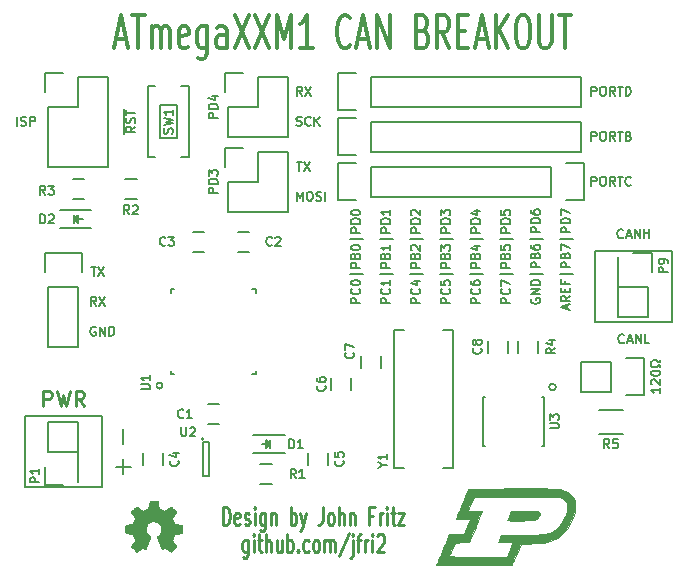
<source format=gbr>
G04 #@! TF.FileFunction,Legend,Top*
%FSLAX46Y46*%
G04 Gerber Fmt 4.6, Leading zero omitted, Abs format (unit mm)*
G04 Created by KiCad (PCBNEW 4.0.3-stable) date 10/09/16 09:38:23*
%MOMM*%
%LPD*%
G01*
G04 APERTURE LIST*
%ADD10C,0.100000*%
%ADD11C,0.228600*%
%ADD12C,0.250000*%
%ADD13C,0.300000*%
%ADD14C,0.127000*%
%ADD15C,0.200000*%
%ADD16C,0.010000*%
%ADD17C,0.130000*%
%ADD18C,0.150000*%
G04 APERTURE END LIST*
D10*
D11*
X56726667Y-72329524D02*
X56726667Y-71059524D01*
X57210476Y-71059524D01*
X57331429Y-71120000D01*
X57391905Y-71180476D01*
X57452381Y-71301429D01*
X57452381Y-71482857D01*
X57391905Y-71603810D01*
X57331429Y-71664286D01*
X57210476Y-71724762D01*
X56726667Y-71724762D01*
X57875715Y-71059524D02*
X58178096Y-72329524D01*
X58420000Y-71422381D01*
X58661905Y-72329524D01*
X58964286Y-71059524D01*
X60173810Y-72329524D02*
X59750477Y-71724762D01*
X59448096Y-72329524D02*
X59448096Y-71059524D01*
X59931905Y-71059524D01*
X60052858Y-71120000D01*
X60113334Y-71180476D01*
X60173810Y-71301429D01*
X60173810Y-71482857D01*
X60113334Y-71603810D01*
X60052858Y-71664286D01*
X59931905Y-71724762D01*
X59448096Y-71724762D01*
D12*
X74041691Y-83689071D02*
X74041691Y-84903357D01*
X73994072Y-85046214D01*
X73946453Y-85117643D01*
X73851214Y-85189071D01*
X73708357Y-85189071D01*
X73613119Y-85117643D01*
X74041691Y-84617643D02*
X73946453Y-84689071D01*
X73755976Y-84689071D01*
X73660738Y-84617643D01*
X73613119Y-84546214D01*
X73565500Y-84403357D01*
X73565500Y-83974786D01*
X73613119Y-83831929D01*
X73660738Y-83760500D01*
X73755976Y-83689071D01*
X73946453Y-83689071D01*
X74041691Y-83760500D01*
X74517881Y-84689071D02*
X74517881Y-83689071D01*
X74517881Y-83189071D02*
X74470262Y-83260500D01*
X74517881Y-83331929D01*
X74565500Y-83260500D01*
X74517881Y-83189071D01*
X74517881Y-83331929D01*
X74851214Y-83689071D02*
X75232166Y-83689071D01*
X74994071Y-83189071D02*
X74994071Y-84474786D01*
X75041690Y-84617643D01*
X75136928Y-84689071D01*
X75232166Y-84689071D01*
X75565500Y-84689071D02*
X75565500Y-83189071D01*
X75994072Y-84689071D02*
X75994072Y-83903357D01*
X75946453Y-83760500D01*
X75851215Y-83689071D01*
X75708357Y-83689071D01*
X75613119Y-83760500D01*
X75565500Y-83831929D01*
X76898834Y-83689071D02*
X76898834Y-84689071D01*
X76470262Y-83689071D02*
X76470262Y-84474786D01*
X76517881Y-84617643D01*
X76613119Y-84689071D01*
X76755977Y-84689071D01*
X76851215Y-84617643D01*
X76898834Y-84546214D01*
X77375024Y-84689071D02*
X77375024Y-83189071D01*
X77375024Y-83760500D02*
X77470262Y-83689071D01*
X77660739Y-83689071D01*
X77755977Y-83760500D01*
X77803596Y-83831929D01*
X77851215Y-83974786D01*
X77851215Y-84403357D01*
X77803596Y-84546214D01*
X77755977Y-84617643D01*
X77660739Y-84689071D01*
X77470262Y-84689071D01*
X77375024Y-84617643D01*
X78279786Y-84546214D02*
X78327405Y-84617643D01*
X78279786Y-84689071D01*
X78232167Y-84617643D01*
X78279786Y-84546214D01*
X78279786Y-84689071D01*
X79184548Y-84617643D02*
X79089310Y-84689071D01*
X78898833Y-84689071D01*
X78803595Y-84617643D01*
X78755976Y-84546214D01*
X78708357Y-84403357D01*
X78708357Y-83974786D01*
X78755976Y-83831929D01*
X78803595Y-83760500D01*
X78898833Y-83689071D01*
X79089310Y-83689071D01*
X79184548Y-83760500D01*
X79755976Y-84689071D02*
X79660738Y-84617643D01*
X79613119Y-84546214D01*
X79565500Y-84403357D01*
X79565500Y-83974786D01*
X79613119Y-83831929D01*
X79660738Y-83760500D01*
X79755976Y-83689071D01*
X79898834Y-83689071D01*
X79994072Y-83760500D01*
X80041691Y-83831929D01*
X80089310Y-83974786D01*
X80089310Y-84403357D01*
X80041691Y-84546214D01*
X79994072Y-84617643D01*
X79898834Y-84689071D01*
X79755976Y-84689071D01*
X80517881Y-84689071D02*
X80517881Y-83689071D01*
X80517881Y-83831929D02*
X80565500Y-83760500D01*
X80660738Y-83689071D01*
X80803596Y-83689071D01*
X80898834Y-83760500D01*
X80946453Y-83903357D01*
X80946453Y-84689071D01*
X80946453Y-83903357D02*
X80994072Y-83760500D01*
X81089310Y-83689071D01*
X81232167Y-83689071D01*
X81327405Y-83760500D01*
X81375024Y-83903357D01*
X81375024Y-84689071D01*
X82565500Y-83117643D02*
X81708357Y-85046214D01*
X82898833Y-83689071D02*
X82898833Y-84974786D01*
X82851214Y-85117643D01*
X82755976Y-85189071D01*
X82708357Y-85189071D01*
X82898833Y-83189071D02*
X82851214Y-83260500D01*
X82898833Y-83331929D01*
X82946452Y-83260500D01*
X82898833Y-83189071D01*
X82898833Y-83331929D01*
X83232166Y-83689071D02*
X83613118Y-83689071D01*
X83375023Y-84689071D02*
X83375023Y-83403357D01*
X83422642Y-83260500D01*
X83517880Y-83189071D01*
X83613118Y-83189071D01*
X83946452Y-84689071D02*
X83946452Y-83689071D01*
X83946452Y-83974786D02*
X83994071Y-83831929D01*
X84041690Y-83760500D01*
X84136928Y-83689071D01*
X84232167Y-83689071D01*
X84565500Y-84689071D02*
X84565500Y-83689071D01*
X84565500Y-83189071D02*
X84517881Y-83260500D01*
X84565500Y-83331929D01*
X84613119Y-83260500D01*
X84565500Y-83189071D01*
X84565500Y-83331929D01*
X84994071Y-83331929D02*
X85041690Y-83260500D01*
X85136928Y-83189071D01*
X85375024Y-83189071D01*
X85470262Y-83260500D01*
X85517881Y-83331929D01*
X85565500Y-83474786D01*
X85565500Y-83617643D01*
X85517881Y-83831929D01*
X84946452Y-84689071D01*
X85565500Y-84689071D01*
X71946451Y-82403071D02*
X71946451Y-80903071D01*
X72184546Y-80903071D01*
X72327404Y-80974500D01*
X72422642Y-81117357D01*
X72470261Y-81260214D01*
X72517880Y-81545929D01*
X72517880Y-81760214D01*
X72470261Y-82045929D01*
X72422642Y-82188786D01*
X72327404Y-82331643D01*
X72184546Y-82403071D01*
X71946451Y-82403071D01*
X73327404Y-82331643D02*
X73232166Y-82403071D01*
X73041689Y-82403071D01*
X72946451Y-82331643D01*
X72898832Y-82188786D01*
X72898832Y-81617357D01*
X72946451Y-81474500D01*
X73041689Y-81403071D01*
X73232166Y-81403071D01*
X73327404Y-81474500D01*
X73375023Y-81617357D01*
X73375023Y-81760214D01*
X72898832Y-81903071D01*
X73755975Y-82331643D02*
X73851213Y-82403071D01*
X74041689Y-82403071D01*
X74136928Y-82331643D01*
X74184547Y-82188786D01*
X74184547Y-82117357D01*
X74136928Y-81974500D01*
X74041689Y-81903071D01*
X73898832Y-81903071D01*
X73803594Y-81831643D01*
X73755975Y-81688786D01*
X73755975Y-81617357D01*
X73803594Y-81474500D01*
X73898832Y-81403071D01*
X74041689Y-81403071D01*
X74136928Y-81474500D01*
X74613118Y-82403071D02*
X74613118Y-81403071D01*
X74613118Y-80903071D02*
X74565499Y-80974500D01*
X74613118Y-81045929D01*
X74660737Y-80974500D01*
X74613118Y-80903071D01*
X74613118Y-81045929D01*
X75517880Y-81403071D02*
X75517880Y-82617357D01*
X75470261Y-82760214D01*
X75422642Y-82831643D01*
X75327403Y-82903071D01*
X75184546Y-82903071D01*
X75089308Y-82831643D01*
X75517880Y-82331643D02*
X75422642Y-82403071D01*
X75232165Y-82403071D01*
X75136927Y-82331643D01*
X75089308Y-82260214D01*
X75041689Y-82117357D01*
X75041689Y-81688786D01*
X75089308Y-81545929D01*
X75136927Y-81474500D01*
X75232165Y-81403071D01*
X75422642Y-81403071D01*
X75517880Y-81474500D01*
X75994070Y-81403071D02*
X75994070Y-82403071D01*
X75994070Y-81545929D02*
X76041689Y-81474500D01*
X76136927Y-81403071D01*
X76279785Y-81403071D01*
X76375023Y-81474500D01*
X76422642Y-81617357D01*
X76422642Y-82403071D01*
X77660737Y-82403071D02*
X77660737Y-80903071D01*
X77660737Y-81474500D02*
X77755975Y-81403071D01*
X77946452Y-81403071D01*
X78041690Y-81474500D01*
X78089309Y-81545929D01*
X78136928Y-81688786D01*
X78136928Y-82117357D01*
X78089309Y-82260214D01*
X78041690Y-82331643D01*
X77946452Y-82403071D01*
X77755975Y-82403071D01*
X77660737Y-82331643D01*
X78470261Y-81403071D02*
X78708356Y-82403071D01*
X78946452Y-81403071D02*
X78708356Y-82403071D01*
X78613118Y-82760214D01*
X78565499Y-82831643D01*
X78470261Y-82903071D01*
X80375024Y-80903071D02*
X80375024Y-81974500D01*
X80327404Y-82188786D01*
X80232166Y-82331643D01*
X80089309Y-82403071D01*
X79994071Y-82403071D01*
X80994071Y-82403071D02*
X80898833Y-82331643D01*
X80851214Y-82260214D01*
X80803595Y-82117357D01*
X80803595Y-81688786D01*
X80851214Y-81545929D01*
X80898833Y-81474500D01*
X80994071Y-81403071D01*
X81136929Y-81403071D01*
X81232167Y-81474500D01*
X81279786Y-81545929D01*
X81327405Y-81688786D01*
X81327405Y-82117357D01*
X81279786Y-82260214D01*
X81232167Y-82331643D01*
X81136929Y-82403071D01*
X80994071Y-82403071D01*
X81755976Y-82403071D02*
X81755976Y-80903071D01*
X82184548Y-82403071D02*
X82184548Y-81617357D01*
X82136929Y-81474500D01*
X82041691Y-81403071D01*
X81898833Y-81403071D01*
X81803595Y-81474500D01*
X81755976Y-81545929D01*
X82660738Y-81403071D02*
X82660738Y-82403071D01*
X82660738Y-81545929D02*
X82708357Y-81474500D01*
X82803595Y-81403071D01*
X82946453Y-81403071D01*
X83041691Y-81474500D01*
X83089310Y-81617357D01*
X83089310Y-82403071D01*
X84660739Y-81617357D02*
X84327405Y-81617357D01*
X84327405Y-82403071D02*
X84327405Y-80903071D01*
X84803596Y-80903071D01*
X85184548Y-82403071D02*
X85184548Y-81403071D01*
X85184548Y-81688786D02*
X85232167Y-81545929D01*
X85279786Y-81474500D01*
X85375024Y-81403071D01*
X85470263Y-81403071D01*
X85803596Y-82403071D02*
X85803596Y-81403071D01*
X85803596Y-80903071D02*
X85755977Y-80974500D01*
X85803596Y-81045929D01*
X85851215Y-80974500D01*
X85803596Y-80903071D01*
X85803596Y-81045929D01*
X86136929Y-81403071D02*
X86517881Y-81403071D01*
X86279786Y-80903071D02*
X86279786Y-82188786D01*
X86327405Y-82331643D01*
X86422643Y-82403071D01*
X86517881Y-82403071D01*
X86755977Y-81403071D02*
X87279787Y-81403071D01*
X86755977Y-82403071D01*
X87279787Y-82403071D01*
D13*
X62884857Y-41233667D02*
X63742000Y-41233667D01*
X62713429Y-42033667D02*
X63313429Y-39233667D01*
X63913429Y-42033667D01*
X64256286Y-39233667D02*
X65284857Y-39233667D01*
X64770571Y-42033667D02*
X64770571Y-39233667D01*
X65884857Y-42033667D02*
X65884857Y-40167000D01*
X65884857Y-40433667D02*
X65970572Y-40300333D01*
X66142000Y-40167000D01*
X66399143Y-40167000D01*
X66570572Y-40300333D01*
X66656286Y-40567000D01*
X66656286Y-42033667D01*
X66656286Y-40567000D02*
X66742000Y-40300333D01*
X66913429Y-40167000D01*
X67170572Y-40167000D01*
X67342000Y-40300333D01*
X67427715Y-40567000D01*
X67427715Y-42033667D01*
X68970572Y-41900333D02*
X68799143Y-42033667D01*
X68456286Y-42033667D01*
X68284857Y-41900333D01*
X68199143Y-41633667D01*
X68199143Y-40567000D01*
X68284857Y-40300333D01*
X68456286Y-40167000D01*
X68799143Y-40167000D01*
X68970572Y-40300333D01*
X69056286Y-40567000D01*
X69056286Y-40833667D01*
X68199143Y-41100333D01*
X70599143Y-40167000D02*
X70599143Y-42433667D01*
X70513429Y-42700333D01*
X70427714Y-42833667D01*
X70256286Y-42967000D01*
X69999143Y-42967000D01*
X69827714Y-42833667D01*
X70599143Y-41900333D02*
X70427714Y-42033667D01*
X70084857Y-42033667D01*
X69913429Y-41900333D01*
X69827714Y-41767000D01*
X69742000Y-41500333D01*
X69742000Y-40700333D01*
X69827714Y-40433667D01*
X69913429Y-40300333D01*
X70084857Y-40167000D01*
X70427714Y-40167000D01*
X70599143Y-40300333D01*
X72227714Y-42033667D02*
X72227714Y-40567000D01*
X72142000Y-40300333D01*
X71970571Y-40167000D01*
X71627714Y-40167000D01*
X71456285Y-40300333D01*
X72227714Y-41900333D02*
X72056285Y-42033667D01*
X71627714Y-42033667D01*
X71456285Y-41900333D01*
X71370571Y-41633667D01*
X71370571Y-41367000D01*
X71456285Y-41100333D01*
X71627714Y-40967000D01*
X72056285Y-40967000D01*
X72227714Y-40833667D01*
X72913428Y-39233667D02*
X74113428Y-42033667D01*
X74113428Y-39233667D02*
X72913428Y-42033667D01*
X74627714Y-39233667D02*
X75827714Y-42033667D01*
X75827714Y-39233667D02*
X74627714Y-42033667D01*
X76513428Y-42033667D02*
X76513428Y-39233667D01*
X77113428Y-41233667D01*
X77713428Y-39233667D01*
X77713428Y-42033667D01*
X79513429Y-42033667D02*
X78484857Y-42033667D01*
X78999143Y-42033667D02*
X78999143Y-39233667D01*
X78827714Y-39633667D01*
X78656286Y-39900333D01*
X78484857Y-40033667D01*
X82684858Y-41767000D02*
X82599144Y-41900333D01*
X82342001Y-42033667D01*
X82170572Y-42033667D01*
X81913429Y-41900333D01*
X81742001Y-41633667D01*
X81656286Y-41367000D01*
X81570572Y-40833667D01*
X81570572Y-40433667D01*
X81656286Y-39900333D01*
X81742001Y-39633667D01*
X81913429Y-39367000D01*
X82170572Y-39233667D01*
X82342001Y-39233667D01*
X82599144Y-39367000D01*
X82684858Y-39500333D01*
X83370572Y-41233667D02*
X84227715Y-41233667D01*
X83199144Y-42033667D02*
X83799144Y-39233667D01*
X84399144Y-42033667D01*
X84999143Y-42033667D02*
X84999143Y-39233667D01*
X86027715Y-42033667D01*
X86027715Y-39233667D01*
X88856286Y-40567000D02*
X89113429Y-40700333D01*
X89199144Y-40833667D01*
X89284858Y-41100333D01*
X89284858Y-41500333D01*
X89199144Y-41767000D01*
X89113429Y-41900333D01*
X88942001Y-42033667D01*
X88256286Y-42033667D01*
X88256286Y-39233667D01*
X88856286Y-39233667D01*
X89027715Y-39367000D01*
X89113429Y-39500333D01*
X89199144Y-39767000D01*
X89199144Y-40033667D01*
X89113429Y-40300333D01*
X89027715Y-40433667D01*
X88856286Y-40567000D01*
X88256286Y-40567000D01*
X91084858Y-42033667D02*
X90484858Y-40700333D01*
X90056286Y-42033667D02*
X90056286Y-39233667D01*
X90742001Y-39233667D01*
X90913429Y-39367000D01*
X90999144Y-39500333D01*
X91084858Y-39767000D01*
X91084858Y-40167000D01*
X90999144Y-40433667D01*
X90913429Y-40567000D01*
X90742001Y-40700333D01*
X90056286Y-40700333D01*
X91856286Y-40567000D02*
X92456286Y-40567000D01*
X92713429Y-42033667D02*
X91856286Y-42033667D01*
X91856286Y-39233667D01*
X92713429Y-39233667D01*
X93399143Y-41233667D02*
X94256286Y-41233667D01*
X93227715Y-42033667D02*
X93827715Y-39233667D01*
X94427715Y-42033667D01*
X95027714Y-42033667D02*
X95027714Y-39233667D01*
X96056286Y-42033667D02*
X95284857Y-40433667D01*
X96056286Y-39233667D02*
X95027714Y-40833667D01*
X97170572Y-39233667D02*
X97513429Y-39233667D01*
X97684857Y-39367000D01*
X97856286Y-39633667D01*
X97942000Y-40167000D01*
X97942000Y-41100333D01*
X97856286Y-41633667D01*
X97684857Y-41900333D01*
X97513429Y-42033667D01*
X97170572Y-42033667D01*
X96999143Y-41900333D01*
X96827714Y-41633667D01*
X96742000Y-41100333D01*
X96742000Y-40167000D01*
X96827714Y-39633667D01*
X96999143Y-39367000D01*
X97170572Y-39233667D01*
X98713428Y-39233667D02*
X98713428Y-41500333D01*
X98799143Y-41767000D01*
X98884857Y-41900333D01*
X99056286Y-42033667D01*
X99399143Y-42033667D01*
X99570571Y-41900333D01*
X99656286Y-41767000D01*
X99742000Y-41500333D01*
X99742000Y-39233667D01*
X100342000Y-39233667D02*
X101370571Y-39233667D01*
X100856285Y-42033667D02*
X100856285Y-39233667D01*
D14*
X108929714Y-70793428D02*
X108929714Y-71228856D01*
X108929714Y-71011142D02*
X108167714Y-71011142D01*
X108276571Y-71083713D01*
X108349143Y-71156285D01*
X108385429Y-71228856D01*
X108240286Y-70503142D02*
X108204000Y-70466856D01*
X108167714Y-70394285D01*
X108167714Y-70212856D01*
X108204000Y-70140285D01*
X108240286Y-70103999D01*
X108312857Y-70067714D01*
X108385429Y-70067714D01*
X108494286Y-70103999D01*
X108929714Y-70539428D01*
X108929714Y-70067714D01*
X108167714Y-69596000D02*
X108167714Y-69523428D01*
X108204000Y-69450857D01*
X108240286Y-69414571D01*
X108312857Y-69378285D01*
X108458000Y-69342000D01*
X108639429Y-69342000D01*
X108784571Y-69378285D01*
X108857143Y-69414571D01*
X108893429Y-69450857D01*
X108929714Y-69523428D01*
X108929714Y-69596000D01*
X108893429Y-69668571D01*
X108857143Y-69704857D01*
X108784571Y-69741142D01*
X108639429Y-69777428D01*
X108458000Y-69777428D01*
X108312857Y-69741142D01*
X108240286Y-69704857D01*
X108204000Y-69668571D01*
X108167714Y-69596000D01*
X108929714Y-69051714D02*
X108929714Y-68870286D01*
X108784571Y-68870286D01*
X108748286Y-68942857D01*
X108675714Y-69015428D01*
X108566857Y-69051714D01*
X108385429Y-69051714D01*
X108276571Y-69015428D01*
X108204000Y-68942857D01*
X108167714Y-68834000D01*
X108167714Y-68688857D01*
X108204000Y-68580000D01*
X108276571Y-68507428D01*
X108385429Y-68471143D01*
X108566857Y-68471143D01*
X108675714Y-68507428D01*
X108748286Y-68580000D01*
X108784571Y-68652571D01*
X108929714Y-68652571D01*
X108929714Y-68471143D01*
X71464714Y-54283428D02*
X70702714Y-54283428D01*
X70702714Y-53993143D01*
X70739000Y-53920571D01*
X70775286Y-53884286D01*
X70847857Y-53848000D01*
X70956714Y-53848000D01*
X71029286Y-53884286D01*
X71065571Y-53920571D01*
X71101857Y-53993143D01*
X71101857Y-54283428D01*
X71464714Y-53521428D02*
X70702714Y-53521428D01*
X70702714Y-53340000D01*
X70739000Y-53231143D01*
X70811571Y-53158571D01*
X70884143Y-53122286D01*
X71029286Y-53086000D01*
X71138143Y-53086000D01*
X71283286Y-53122286D01*
X71355857Y-53158571D01*
X71428429Y-53231143D01*
X71464714Y-53340000D01*
X71464714Y-53521428D01*
X70702714Y-52832000D02*
X70702714Y-52360286D01*
X70993000Y-52614286D01*
X70993000Y-52505428D01*
X71029286Y-52432857D01*
X71065571Y-52396571D01*
X71138143Y-52360286D01*
X71319571Y-52360286D01*
X71392143Y-52396571D01*
X71428429Y-52432857D01*
X71464714Y-52505428D01*
X71464714Y-52723143D01*
X71428429Y-52795714D01*
X71392143Y-52832000D01*
X71464714Y-47933428D02*
X70702714Y-47933428D01*
X70702714Y-47643143D01*
X70739000Y-47570571D01*
X70775286Y-47534286D01*
X70847857Y-47498000D01*
X70956714Y-47498000D01*
X71029286Y-47534286D01*
X71065571Y-47570571D01*
X71101857Y-47643143D01*
X71101857Y-47933428D01*
X71464714Y-47171428D02*
X70702714Y-47171428D01*
X70702714Y-46990000D01*
X70739000Y-46881143D01*
X70811571Y-46808571D01*
X70884143Y-46772286D01*
X71029286Y-46736000D01*
X71138143Y-46736000D01*
X71283286Y-46772286D01*
X71355857Y-46808571D01*
X71428429Y-46881143D01*
X71464714Y-46990000D01*
X71464714Y-47171428D01*
X70956714Y-46082857D02*
X71464714Y-46082857D01*
X70666429Y-46264286D02*
X71210714Y-46445714D01*
X71210714Y-45974000D01*
X54501144Y-48604714D02*
X54501144Y-47842714D01*
X54827715Y-48568429D02*
X54936572Y-48604714D01*
X55118001Y-48604714D01*
X55190572Y-48568429D01*
X55226858Y-48532143D01*
X55263143Y-48459571D01*
X55263143Y-48387000D01*
X55226858Y-48314429D01*
X55190572Y-48278143D01*
X55118001Y-48241857D01*
X54972858Y-48205571D01*
X54900286Y-48169286D01*
X54864001Y-48133000D01*
X54827715Y-48060429D01*
X54827715Y-47987857D01*
X54864001Y-47915286D01*
X54900286Y-47879000D01*
X54972858Y-47842714D01*
X55154286Y-47842714D01*
X55263143Y-47879000D01*
X55589715Y-48604714D02*
X55589715Y-47842714D01*
X55880000Y-47842714D01*
X55952572Y-47879000D01*
X55988857Y-47915286D01*
X56025143Y-47987857D01*
X56025143Y-48096714D01*
X55988857Y-48169286D01*
X55952572Y-48205571D01*
X55880000Y-48241857D01*
X55589715Y-48241857D01*
X64479714Y-48677285D02*
X64116857Y-48931285D01*
X64479714Y-49112713D02*
X63717714Y-49112713D01*
X63717714Y-48822428D01*
X63754000Y-48749856D01*
X63790286Y-48713571D01*
X63862857Y-48677285D01*
X63971714Y-48677285D01*
X64044286Y-48713571D01*
X64080571Y-48749856D01*
X64116857Y-48822428D01*
X64116857Y-49112713D01*
X64443429Y-48386999D02*
X64479714Y-48278142D01*
X64479714Y-48096713D01*
X64443429Y-48024142D01*
X64407143Y-47987856D01*
X64334571Y-47951571D01*
X64262000Y-47951571D01*
X64189429Y-47987856D01*
X64153143Y-48024142D01*
X64116857Y-48096713D01*
X64080571Y-48241856D01*
X64044286Y-48314428D01*
X64008000Y-48350713D01*
X63935429Y-48386999D01*
X63862857Y-48386999D01*
X63790286Y-48350713D01*
X63754000Y-48314428D01*
X63717714Y-48241856D01*
X63717714Y-48060428D01*
X63754000Y-47951571D01*
X63717714Y-47733857D02*
X63717714Y-47298428D01*
X64479714Y-47516142D02*
X63717714Y-47516142D01*
X63586360Y-49294142D02*
X63586360Y-47225857D01*
X105881714Y-66947143D02*
X105845428Y-66983429D01*
X105736571Y-67019714D01*
X105664000Y-67019714D01*
X105555143Y-66983429D01*
X105482571Y-66910857D01*
X105446286Y-66838286D01*
X105410000Y-66693143D01*
X105410000Y-66584286D01*
X105446286Y-66439143D01*
X105482571Y-66366571D01*
X105555143Y-66294000D01*
X105664000Y-66257714D01*
X105736571Y-66257714D01*
X105845428Y-66294000D01*
X105881714Y-66330286D01*
X106172000Y-66802000D02*
X106534857Y-66802000D01*
X106099428Y-67019714D02*
X106353428Y-66257714D01*
X106607428Y-67019714D01*
X106861429Y-67019714D02*
X106861429Y-66257714D01*
X107296857Y-67019714D01*
X107296857Y-66257714D01*
X108022572Y-67019714D02*
X107659715Y-67019714D01*
X107659715Y-66257714D01*
X105791000Y-58057143D02*
X105754714Y-58093429D01*
X105645857Y-58129714D01*
X105573286Y-58129714D01*
X105464429Y-58093429D01*
X105391857Y-58020857D01*
X105355572Y-57948286D01*
X105319286Y-57803143D01*
X105319286Y-57694286D01*
X105355572Y-57549143D01*
X105391857Y-57476571D01*
X105464429Y-57404000D01*
X105573286Y-57367714D01*
X105645857Y-57367714D01*
X105754714Y-57404000D01*
X105791000Y-57440286D01*
X106081286Y-57912000D02*
X106444143Y-57912000D01*
X106008714Y-58129714D02*
X106262714Y-57367714D01*
X106516714Y-58129714D01*
X106770715Y-58129714D02*
X106770715Y-57367714D01*
X107206143Y-58129714D01*
X107206143Y-57367714D01*
X107569001Y-58129714D02*
X107569001Y-57367714D01*
X107569001Y-57730571D02*
X108004429Y-57730571D01*
X108004429Y-58129714D02*
X108004429Y-57367714D01*
X61141428Y-65659000D02*
X61068857Y-65622714D01*
X60960000Y-65622714D01*
X60851143Y-65659000D01*
X60778571Y-65731571D01*
X60742286Y-65804143D01*
X60706000Y-65949286D01*
X60706000Y-66058143D01*
X60742286Y-66203286D01*
X60778571Y-66275857D01*
X60851143Y-66348429D01*
X60960000Y-66384714D01*
X61032571Y-66384714D01*
X61141428Y-66348429D01*
X61177714Y-66312143D01*
X61177714Y-66058143D01*
X61032571Y-66058143D01*
X61504286Y-66384714D02*
X61504286Y-65622714D01*
X61939714Y-66384714D01*
X61939714Y-65622714D01*
X62302572Y-66384714D02*
X62302572Y-65622714D01*
X62484000Y-65622714D01*
X62592857Y-65659000D01*
X62665429Y-65731571D01*
X62701714Y-65804143D01*
X62738000Y-65949286D01*
X62738000Y-66058143D01*
X62701714Y-66203286D01*
X62665429Y-66275857D01*
X62592857Y-66348429D01*
X62484000Y-66384714D01*
X62302572Y-66384714D01*
X61214000Y-63844714D02*
X60960000Y-63481857D01*
X60778572Y-63844714D02*
X60778572Y-63082714D01*
X61068857Y-63082714D01*
X61141429Y-63119000D01*
X61177714Y-63155286D01*
X61214000Y-63227857D01*
X61214000Y-63336714D01*
X61177714Y-63409286D01*
X61141429Y-63445571D01*
X61068857Y-63481857D01*
X60778572Y-63481857D01*
X61468000Y-63082714D02*
X61976000Y-63844714D01*
X61976000Y-63082714D02*
X61468000Y-63844714D01*
X60760429Y-60542714D02*
X61195858Y-60542714D01*
X60978144Y-61304714D02*
X60978144Y-60542714D01*
X61377286Y-60542714D02*
X61885286Y-61304714D01*
X61885286Y-60542714D02*
X61377286Y-61304714D01*
D15*
X64135000Y-77470000D02*
X62865000Y-77470000D01*
X63500000Y-76835000D02*
X63500000Y-78105000D01*
X63500000Y-74295000D02*
X63500000Y-75565000D01*
D14*
X103124001Y-53684714D02*
X103124001Y-52922714D01*
X103414286Y-52922714D01*
X103486858Y-52959000D01*
X103523143Y-52995286D01*
X103559429Y-53067857D01*
X103559429Y-53176714D01*
X103523143Y-53249286D01*
X103486858Y-53285571D01*
X103414286Y-53321857D01*
X103124001Y-53321857D01*
X104031143Y-52922714D02*
X104176286Y-52922714D01*
X104248858Y-52959000D01*
X104321429Y-53031571D01*
X104357715Y-53176714D01*
X104357715Y-53430714D01*
X104321429Y-53575857D01*
X104248858Y-53648429D01*
X104176286Y-53684714D01*
X104031143Y-53684714D01*
X103958572Y-53648429D01*
X103886001Y-53575857D01*
X103849715Y-53430714D01*
X103849715Y-53176714D01*
X103886001Y-53031571D01*
X103958572Y-52959000D01*
X104031143Y-52922714D01*
X105119715Y-53684714D02*
X104865715Y-53321857D01*
X104684287Y-53684714D02*
X104684287Y-52922714D01*
X104974572Y-52922714D01*
X105047144Y-52959000D01*
X105083429Y-52995286D01*
X105119715Y-53067857D01*
X105119715Y-53176714D01*
X105083429Y-53249286D01*
X105047144Y-53285571D01*
X104974572Y-53321857D01*
X104684287Y-53321857D01*
X105337429Y-52922714D02*
X105772858Y-52922714D01*
X105555144Y-53684714D02*
X105555144Y-52922714D01*
X106462286Y-53612143D02*
X106426000Y-53648429D01*
X106317143Y-53684714D01*
X106244572Y-53684714D01*
X106135715Y-53648429D01*
X106063143Y-53575857D01*
X106026858Y-53503286D01*
X105990572Y-53358143D01*
X105990572Y-53249286D01*
X106026858Y-53104143D01*
X106063143Y-53031571D01*
X106135715Y-52959000D01*
X106244572Y-52922714D01*
X106317143Y-52922714D01*
X106426000Y-52959000D01*
X106462286Y-52995286D01*
X103124001Y-49874714D02*
X103124001Y-49112714D01*
X103414286Y-49112714D01*
X103486858Y-49149000D01*
X103523143Y-49185286D01*
X103559429Y-49257857D01*
X103559429Y-49366714D01*
X103523143Y-49439286D01*
X103486858Y-49475571D01*
X103414286Y-49511857D01*
X103124001Y-49511857D01*
X104031143Y-49112714D02*
X104176286Y-49112714D01*
X104248858Y-49149000D01*
X104321429Y-49221571D01*
X104357715Y-49366714D01*
X104357715Y-49620714D01*
X104321429Y-49765857D01*
X104248858Y-49838429D01*
X104176286Y-49874714D01*
X104031143Y-49874714D01*
X103958572Y-49838429D01*
X103886001Y-49765857D01*
X103849715Y-49620714D01*
X103849715Y-49366714D01*
X103886001Y-49221571D01*
X103958572Y-49149000D01*
X104031143Y-49112714D01*
X105119715Y-49874714D02*
X104865715Y-49511857D01*
X104684287Y-49874714D02*
X104684287Y-49112714D01*
X104974572Y-49112714D01*
X105047144Y-49149000D01*
X105083429Y-49185286D01*
X105119715Y-49257857D01*
X105119715Y-49366714D01*
X105083429Y-49439286D01*
X105047144Y-49475571D01*
X104974572Y-49511857D01*
X104684287Y-49511857D01*
X105337429Y-49112714D02*
X105772858Y-49112714D01*
X105555144Y-49874714D02*
X105555144Y-49112714D01*
X106280858Y-49475571D02*
X106389715Y-49511857D01*
X106426000Y-49548143D01*
X106462286Y-49620714D01*
X106462286Y-49729571D01*
X106426000Y-49802143D01*
X106389715Y-49838429D01*
X106317143Y-49874714D01*
X106026858Y-49874714D01*
X106026858Y-49112714D01*
X106280858Y-49112714D01*
X106353429Y-49149000D01*
X106389715Y-49185286D01*
X106426000Y-49257857D01*
X106426000Y-49330429D01*
X106389715Y-49403000D01*
X106353429Y-49439286D01*
X106280858Y-49475571D01*
X106026858Y-49475571D01*
X103124001Y-46064714D02*
X103124001Y-45302714D01*
X103414286Y-45302714D01*
X103486858Y-45339000D01*
X103523143Y-45375286D01*
X103559429Y-45447857D01*
X103559429Y-45556714D01*
X103523143Y-45629286D01*
X103486858Y-45665571D01*
X103414286Y-45701857D01*
X103124001Y-45701857D01*
X104031143Y-45302714D02*
X104176286Y-45302714D01*
X104248858Y-45339000D01*
X104321429Y-45411571D01*
X104357715Y-45556714D01*
X104357715Y-45810714D01*
X104321429Y-45955857D01*
X104248858Y-46028429D01*
X104176286Y-46064714D01*
X104031143Y-46064714D01*
X103958572Y-46028429D01*
X103886001Y-45955857D01*
X103849715Y-45810714D01*
X103849715Y-45556714D01*
X103886001Y-45411571D01*
X103958572Y-45339000D01*
X104031143Y-45302714D01*
X105119715Y-46064714D02*
X104865715Y-45701857D01*
X104684287Y-46064714D02*
X104684287Y-45302714D01*
X104974572Y-45302714D01*
X105047144Y-45339000D01*
X105083429Y-45375286D01*
X105119715Y-45447857D01*
X105119715Y-45556714D01*
X105083429Y-45629286D01*
X105047144Y-45665571D01*
X104974572Y-45701857D01*
X104684287Y-45701857D01*
X105337429Y-45302714D02*
X105772858Y-45302714D01*
X105555144Y-46064714D02*
X105555144Y-45302714D01*
X106026858Y-46064714D02*
X106026858Y-45302714D01*
X106208286Y-45302714D01*
X106317143Y-45339000D01*
X106389715Y-45411571D01*
X106426000Y-45484143D01*
X106462286Y-45629286D01*
X106462286Y-45738143D01*
X106426000Y-45883286D01*
X106389715Y-45955857D01*
X106317143Y-46028429D01*
X106208286Y-46064714D01*
X106026858Y-46064714D01*
X78613000Y-46064714D02*
X78359000Y-45701857D01*
X78177572Y-46064714D02*
X78177572Y-45302714D01*
X78467857Y-45302714D01*
X78540429Y-45339000D01*
X78576714Y-45375286D01*
X78613000Y-45447857D01*
X78613000Y-45556714D01*
X78576714Y-45629286D01*
X78540429Y-45665571D01*
X78467857Y-45701857D01*
X78177572Y-45701857D01*
X78867000Y-45302714D02*
X79375000Y-46064714D01*
X79375000Y-45302714D02*
X78867000Y-46064714D01*
X78141286Y-48568429D02*
X78250143Y-48604714D01*
X78431572Y-48604714D01*
X78504143Y-48568429D01*
X78540429Y-48532143D01*
X78576714Y-48459571D01*
X78576714Y-48387000D01*
X78540429Y-48314429D01*
X78504143Y-48278143D01*
X78431572Y-48241857D01*
X78286429Y-48205571D01*
X78213857Y-48169286D01*
X78177572Y-48133000D01*
X78141286Y-48060429D01*
X78141286Y-47987857D01*
X78177572Y-47915286D01*
X78213857Y-47879000D01*
X78286429Y-47842714D01*
X78467857Y-47842714D01*
X78576714Y-47879000D01*
X79338714Y-48532143D02*
X79302428Y-48568429D01*
X79193571Y-48604714D01*
X79121000Y-48604714D01*
X79012143Y-48568429D01*
X78939571Y-48495857D01*
X78903286Y-48423286D01*
X78867000Y-48278143D01*
X78867000Y-48169286D01*
X78903286Y-48024143D01*
X78939571Y-47951571D01*
X79012143Y-47879000D01*
X79121000Y-47842714D01*
X79193571Y-47842714D01*
X79302428Y-47879000D01*
X79338714Y-47915286D01*
X79665286Y-48604714D02*
X79665286Y-47842714D01*
X80100714Y-48604714D02*
X79774143Y-48169286D01*
X80100714Y-47842714D02*
X79665286Y-48278143D01*
X78159429Y-51652714D02*
X78594858Y-51652714D01*
X78377144Y-52414714D02*
X78377144Y-51652714D01*
X78776286Y-51652714D02*
X79284286Y-52414714D01*
X79284286Y-51652714D02*
X78776286Y-52414714D01*
X78177572Y-54954714D02*
X78177572Y-54192714D01*
X78431572Y-54737000D01*
X78685572Y-54192714D01*
X78685572Y-54954714D01*
X79193571Y-54192714D02*
X79338714Y-54192714D01*
X79411286Y-54229000D01*
X79483857Y-54301571D01*
X79520143Y-54446714D01*
X79520143Y-54700714D01*
X79483857Y-54845857D01*
X79411286Y-54918429D01*
X79338714Y-54954714D01*
X79193571Y-54954714D01*
X79121000Y-54918429D01*
X79048429Y-54845857D01*
X79012143Y-54700714D01*
X79012143Y-54446714D01*
X79048429Y-54301571D01*
X79121000Y-54229000D01*
X79193571Y-54192714D01*
X79810429Y-54918429D02*
X79919286Y-54954714D01*
X80100715Y-54954714D01*
X80173286Y-54918429D01*
X80209572Y-54882143D01*
X80245857Y-54809571D01*
X80245857Y-54737000D01*
X80209572Y-54664429D01*
X80173286Y-54628143D01*
X80100715Y-54591857D01*
X79955572Y-54555571D01*
X79883000Y-54519286D01*
X79846715Y-54483000D01*
X79810429Y-54410429D01*
X79810429Y-54337857D01*
X79846715Y-54265286D01*
X79883000Y-54229000D01*
X79955572Y-54192714D01*
X80137000Y-54192714D01*
X80245857Y-54229000D01*
X80572429Y-54954714D02*
X80572429Y-54192714D01*
X101092000Y-64127742D02*
X101092000Y-63764885D01*
X101309714Y-64200314D02*
X100547714Y-63946314D01*
X101309714Y-63692314D01*
X101309714Y-63002885D02*
X100946857Y-63256885D01*
X101309714Y-63438313D02*
X100547714Y-63438313D01*
X100547714Y-63148028D01*
X100584000Y-63075456D01*
X100620286Y-63039171D01*
X100692857Y-63002885D01*
X100801714Y-63002885D01*
X100874286Y-63039171D01*
X100910571Y-63075456D01*
X100946857Y-63148028D01*
X100946857Y-63438313D01*
X100910571Y-62676313D02*
X100910571Y-62422313D01*
X101309714Y-62313456D02*
X101309714Y-62676313D01*
X100547714Y-62676313D01*
X100547714Y-62313456D01*
X100910571Y-61732884D02*
X100910571Y-61986884D01*
X101309714Y-61986884D02*
X100547714Y-61986884D01*
X100547714Y-61624027D01*
X101563714Y-61152313D02*
X100475143Y-61152313D01*
X101309714Y-60608027D02*
X100547714Y-60608027D01*
X100547714Y-60317742D01*
X100584000Y-60245170D01*
X100620286Y-60208885D01*
X100692857Y-60172599D01*
X100801714Y-60172599D01*
X100874286Y-60208885D01*
X100910571Y-60245170D01*
X100946857Y-60317742D01*
X100946857Y-60608027D01*
X100910571Y-59592027D02*
X100946857Y-59483170D01*
X100983143Y-59446885D01*
X101055714Y-59410599D01*
X101164571Y-59410599D01*
X101237143Y-59446885D01*
X101273429Y-59483170D01*
X101309714Y-59555742D01*
X101309714Y-59846027D01*
X100547714Y-59846027D01*
X100547714Y-59592027D01*
X100584000Y-59519456D01*
X100620286Y-59483170D01*
X100692857Y-59446885D01*
X100765429Y-59446885D01*
X100838000Y-59483170D01*
X100874286Y-59519456D01*
X100910571Y-59592027D01*
X100910571Y-59846027D01*
X100547714Y-59156599D02*
X100547714Y-58648599D01*
X101309714Y-58975170D01*
X101563714Y-58176885D02*
X100475143Y-58176885D01*
X101309714Y-57632599D02*
X100547714Y-57632599D01*
X100547714Y-57342314D01*
X100584000Y-57269742D01*
X100620286Y-57233457D01*
X100692857Y-57197171D01*
X100801714Y-57197171D01*
X100874286Y-57233457D01*
X100910571Y-57269742D01*
X100946857Y-57342314D01*
X100946857Y-57632599D01*
X101309714Y-56870599D02*
X100547714Y-56870599D01*
X100547714Y-56689171D01*
X100584000Y-56580314D01*
X100656571Y-56507742D01*
X100729143Y-56471457D01*
X100874286Y-56435171D01*
X100983143Y-56435171D01*
X101128286Y-56471457D01*
X101200857Y-56507742D01*
X101273429Y-56580314D01*
X101309714Y-56689171D01*
X101309714Y-56870599D01*
X100547714Y-56181171D02*
X100547714Y-55673171D01*
X101309714Y-55999742D01*
X98044000Y-63246000D02*
X98007714Y-63318571D01*
X98007714Y-63427428D01*
X98044000Y-63536285D01*
X98116571Y-63608857D01*
X98189143Y-63645142D01*
X98334286Y-63681428D01*
X98443143Y-63681428D01*
X98588286Y-63645142D01*
X98660857Y-63608857D01*
X98733429Y-63536285D01*
X98769714Y-63427428D01*
X98769714Y-63354857D01*
X98733429Y-63246000D01*
X98697143Y-63209714D01*
X98443143Y-63209714D01*
X98443143Y-63354857D01*
X98769714Y-62883142D02*
X98007714Y-62883142D01*
X98769714Y-62447714D01*
X98007714Y-62447714D01*
X98769714Y-62084856D02*
X98007714Y-62084856D01*
X98007714Y-61903428D01*
X98044000Y-61794571D01*
X98116571Y-61721999D01*
X98189143Y-61685714D01*
X98334286Y-61649428D01*
X98443143Y-61649428D01*
X98588286Y-61685714D01*
X98660857Y-61721999D01*
X98733429Y-61794571D01*
X98769714Y-61903428D01*
X98769714Y-62084856D01*
X99023714Y-61141428D02*
X97935143Y-61141428D01*
X98769714Y-60597142D02*
X98007714Y-60597142D01*
X98007714Y-60306857D01*
X98044000Y-60234285D01*
X98080286Y-60198000D01*
X98152857Y-60161714D01*
X98261714Y-60161714D01*
X98334286Y-60198000D01*
X98370571Y-60234285D01*
X98406857Y-60306857D01*
X98406857Y-60597142D01*
X98370571Y-59581142D02*
X98406857Y-59472285D01*
X98443143Y-59436000D01*
X98515714Y-59399714D01*
X98624571Y-59399714D01*
X98697143Y-59436000D01*
X98733429Y-59472285D01*
X98769714Y-59544857D01*
X98769714Y-59835142D01*
X98007714Y-59835142D01*
X98007714Y-59581142D01*
X98044000Y-59508571D01*
X98080286Y-59472285D01*
X98152857Y-59436000D01*
X98225429Y-59436000D01*
X98298000Y-59472285D01*
X98334286Y-59508571D01*
X98370571Y-59581142D01*
X98370571Y-59835142D01*
X98007714Y-58746571D02*
X98007714Y-58891714D01*
X98044000Y-58964285D01*
X98080286Y-59000571D01*
X98189143Y-59073142D01*
X98334286Y-59109428D01*
X98624571Y-59109428D01*
X98697143Y-59073142D01*
X98733429Y-59036857D01*
X98769714Y-58964285D01*
X98769714Y-58819142D01*
X98733429Y-58746571D01*
X98697143Y-58710285D01*
X98624571Y-58674000D01*
X98443143Y-58674000D01*
X98370571Y-58710285D01*
X98334286Y-58746571D01*
X98298000Y-58819142D01*
X98298000Y-58964285D01*
X98334286Y-59036857D01*
X98370571Y-59073142D01*
X98443143Y-59109428D01*
X99023714Y-58166000D02*
X97935143Y-58166000D01*
X98769714Y-57621714D02*
X98007714Y-57621714D01*
X98007714Y-57331429D01*
X98044000Y-57258857D01*
X98080286Y-57222572D01*
X98152857Y-57186286D01*
X98261714Y-57186286D01*
X98334286Y-57222572D01*
X98370571Y-57258857D01*
X98406857Y-57331429D01*
X98406857Y-57621714D01*
X98769714Y-56859714D02*
X98007714Y-56859714D01*
X98007714Y-56678286D01*
X98044000Y-56569429D01*
X98116571Y-56496857D01*
X98189143Y-56460572D01*
X98334286Y-56424286D01*
X98443143Y-56424286D01*
X98588286Y-56460572D01*
X98660857Y-56496857D01*
X98733429Y-56569429D01*
X98769714Y-56678286D01*
X98769714Y-56859714D01*
X98007714Y-55771143D02*
X98007714Y-55916286D01*
X98044000Y-55988857D01*
X98080286Y-56025143D01*
X98189143Y-56097714D01*
X98334286Y-56134000D01*
X98624571Y-56134000D01*
X98697143Y-56097714D01*
X98733429Y-56061429D01*
X98769714Y-55988857D01*
X98769714Y-55843714D01*
X98733429Y-55771143D01*
X98697143Y-55734857D01*
X98624571Y-55698572D01*
X98443143Y-55698572D01*
X98370571Y-55734857D01*
X98334286Y-55771143D01*
X98298000Y-55843714D01*
X98298000Y-55988857D01*
X98334286Y-56061429D01*
X98370571Y-56097714D01*
X98443143Y-56134000D01*
X96229714Y-63608856D02*
X95467714Y-63608856D01*
X95467714Y-63318571D01*
X95504000Y-63245999D01*
X95540286Y-63209714D01*
X95612857Y-63173428D01*
X95721714Y-63173428D01*
X95794286Y-63209714D01*
X95830571Y-63245999D01*
X95866857Y-63318571D01*
X95866857Y-63608856D01*
X96157143Y-62411428D02*
X96193429Y-62447714D01*
X96229714Y-62556571D01*
X96229714Y-62629142D01*
X96193429Y-62737999D01*
X96120857Y-62810571D01*
X96048286Y-62846856D01*
X95903143Y-62883142D01*
X95794286Y-62883142D01*
X95649143Y-62846856D01*
X95576571Y-62810571D01*
X95504000Y-62737999D01*
X95467714Y-62629142D01*
X95467714Y-62556571D01*
X95504000Y-62447714D01*
X95540286Y-62411428D01*
X95467714Y-62157428D02*
X95467714Y-61649428D01*
X96229714Y-61975999D01*
X96483714Y-61177714D02*
X95395143Y-61177714D01*
X96229714Y-60633428D02*
X95467714Y-60633428D01*
X95467714Y-60343143D01*
X95504000Y-60270571D01*
X95540286Y-60234286D01*
X95612857Y-60198000D01*
X95721714Y-60198000D01*
X95794286Y-60234286D01*
X95830571Y-60270571D01*
X95866857Y-60343143D01*
X95866857Y-60633428D01*
X95830571Y-59617428D02*
X95866857Y-59508571D01*
X95903143Y-59472286D01*
X95975714Y-59436000D01*
X96084571Y-59436000D01*
X96157143Y-59472286D01*
X96193429Y-59508571D01*
X96229714Y-59581143D01*
X96229714Y-59871428D01*
X95467714Y-59871428D01*
X95467714Y-59617428D01*
X95504000Y-59544857D01*
X95540286Y-59508571D01*
X95612857Y-59472286D01*
X95685429Y-59472286D01*
X95758000Y-59508571D01*
X95794286Y-59544857D01*
X95830571Y-59617428D01*
X95830571Y-59871428D01*
X95467714Y-58746571D02*
X95467714Y-59109428D01*
X95830571Y-59145714D01*
X95794286Y-59109428D01*
X95758000Y-59036857D01*
X95758000Y-58855428D01*
X95794286Y-58782857D01*
X95830571Y-58746571D01*
X95903143Y-58710286D01*
X96084571Y-58710286D01*
X96157143Y-58746571D01*
X96193429Y-58782857D01*
X96229714Y-58855428D01*
X96229714Y-59036857D01*
X96193429Y-59109428D01*
X96157143Y-59145714D01*
X96483714Y-58202286D02*
X95395143Y-58202286D01*
X96229714Y-57658000D02*
X95467714Y-57658000D01*
X95467714Y-57367715D01*
X95504000Y-57295143D01*
X95540286Y-57258858D01*
X95612857Y-57222572D01*
X95721714Y-57222572D01*
X95794286Y-57258858D01*
X95830571Y-57295143D01*
X95866857Y-57367715D01*
X95866857Y-57658000D01*
X96229714Y-56896000D02*
X95467714Y-56896000D01*
X95467714Y-56714572D01*
X95504000Y-56605715D01*
X95576571Y-56533143D01*
X95649143Y-56496858D01*
X95794286Y-56460572D01*
X95903143Y-56460572D01*
X96048286Y-56496858D01*
X96120857Y-56533143D01*
X96193429Y-56605715D01*
X96229714Y-56714572D01*
X96229714Y-56896000D01*
X95467714Y-55771143D02*
X95467714Y-56134000D01*
X95830571Y-56170286D01*
X95794286Y-56134000D01*
X95758000Y-56061429D01*
X95758000Y-55880000D01*
X95794286Y-55807429D01*
X95830571Y-55771143D01*
X95903143Y-55734858D01*
X96084571Y-55734858D01*
X96157143Y-55771143D01*
X96193429Y-55807429D01*
X96229714Y-55880000D01*
X96229714Y-56061429D01*
X96193429Y-56134000D01*
X96157143Y-56170286D01*
X93689714Y-63608856D02*
X92927714Y-63608856D01*
X92927714Y-63318571D01*
X92964000Y-63245999D01*
X93000286Y-63209714D01*
X93072857Y-63173428D01*
X93181714Y-63173428D01*
X93254286Y-63209714D01*
X93290571Y-63245999D01*
X93326857Y-63318571D01*
X93326857Y-63608856D01*
X93617143Y-62411428D02*
X93653429Y-62447714D01*
X93689714Y-62556571D01*
X93689714Y-62629142D01*
X93653429Y-62737999D01*
X93580857Y-62810571D01*
X93508286Y-62846856D01*
X93363143Y-62883142D01*
X93254286Y-62883142D01*
X93109143Y-62846856D01*
X93036571Y-62810571D01*
X92964000Y-62737999D01*
X92927714Y-62629142D01*
X92927714Y-62556571D01*
X92964000Y-62447714D01*
X93000286Y-62411428D01*
X92927714Y-61758285D02*
X92927714Y-61903428D01*
X92964000Y-61975999D01*
X93000286Y-62012285D01*
X93109143Y-62084856D01*
X93254286Y-62121142D01*
X93544571Y-62121142D01*
X93617143Y-62084856D01*
X93653429Y-62048571D01*
X93689714Y-61975999D01*
X93689714Y-61830856D01*
X93653429Y-61758285D01*
X93617143Y-61721999D01*
X93544571Y-61685714D01*
X93363143Y-61685714D01*
X93290571Y-61721999D01*
X93254286Y-61758285D01*
X93218000Y-61830856D01*
X93218000Y-61975999D01*
X93254286Y-62048571D01*
X93290571Y-62084856D01*
X93363143Y-62121142D01*
X93943714Y-61177714D02*
X92855143Y-61177714D01*
X93689714Y-60633428D02*
X92927714Y-60633428D01*
X92927714Y-60343143D01*
X92964000Y-60270571D01*
X93000286Y-60234286D01*
X93072857Y-60198000D01*
X93181714Y-60198000D01*
X93254286Y-60234286D01*
X93290571Y-60270571D01*
X93326857Y-60343143D01*
X93326857Y-60633428D01*
X93290571Y-59617428D02*
X93326857Y-59508571D01*
X93363143Y-59472286D01*
X93435714Y-59436000D01*
X93544571Y-59436000D01*
X93617143Y-59472286D01*
X93653429Y-59508571D01*
X93689714Y-59581143D01*
X93689714Y-59871428D01*
X92927714Y-59871428D01*
X92927714Y-59617428D01*
X92964000Y-59544857D01*
X93000286Y-59508571D01*
X93072857Y-59472286D01*
X93145429Y-59472286D01*
X93218000Y-59508571D01*
X93254286Y-59544857D01*
X93290571Y-59617428D01*
X93290571Y-59871428D01*
X93181714Y-58782857D02*
X93689714Y-58782857D01*
X92891429Y-58964286D02*
X93435714Y-59145714D01*
X93435714Y-58674000D01*
X93943714Y-58202286D02*
X92855143Y-58202286D01*
X93689714Y-57658000D02*
X92927714Y-57658000D01*
X92927714Y-57367715D01*
X92964000Y-57295143D01*
X93000286Y-57258858D01*
X93072857Y-57222572D01*
X93181714Y-57222572D01*
X93254286Y-57258858D01*
X93290571Y-57295143D01*
X93326857Y-57367715D01*
X93326857Y-57658000D01*
X93689714Y-56896000D02*
X92927714Y-56896000D01*
X92927714Y-56714572D01*
X92964000Y-56605715D01*
X93036571Y-56533143D01*
X93109143Y-56496858D01*
X93254286Y-56460572D01*
X93363143Y-56460572D01*
X93508286Y-56496858D01*
X93580857Y-56533143D01*
X93653429Y-56605715D01*
X93689714Y-56714572D01*
X93689714Y-56896000D01*
X93181714Y-55807429D02*
X93689714Y-55807429D01*
X92891429Y-55988858D02*
X93435714Y-56170286D01*
X93435714Y-55698572D01*
X91149714Y-63608856D02*
X90387714Y-63608856D01*
X90387714Y-63318571D01*
X90424000Y-63245999D01*
X90460286Y-63209714D01*
X90532857Y-63173428D01*
X90641714Y-63173428D01*
X90714286Y-63209714D01*
X90750571Y-63245999D01*
X90786857Y-63318571D01*
X90786857Y-63608856D01*
X91077143Y-62411428D02*
X91113429Y-62447714D01*
X91149714Y-62556571D01*
X91149714Y-62629142D01*
X91113429Y-62737999D01*
X91040857Y-62810571D01*
X90968286Y-62846856D01*
X90823143Y-62883142D01*
X90714286Y-62883142D01*
X90569143Y-62846856D01*
X90496571Y-62810571D01*
X90424000Y-62737999D01*
X90387714Y-62629142D01*
X90387714Y-62556571D01*
X90424000Y-62447714D01*
X90460286Y-62411428D01*
X90387714Y-61721999D02*
X90387714Y-62084856D01*
X90750571Y-62121142D01*
X90714286Y-62084856D01*
X90678000Y-62012285D01*
X90678000Y-61830856D01*
X90714286Y-61758285D01*
X90750571Y-61721999D01*
X90823143Y-61685714D01*
X91004571Y-61685714D01*
X91077143Y-61721999D01*
X91113429Y-61758285D01*
X91149714Y-61830856D01*
X91149714Y-62012285D01*
X91113429Y-62084856D01*
X91077143Y-62121142D01*
X91403714Y-61177714D02*
X90315143Y-61177714D01*
X91149714Y-60633428D02*
X90387714Y-60633428D01*
X90387714Y-60343143D01*
X90424000Y-60270571D01*
X90460286Y-60234286D01*
X90532857Y-60198000D01*
X90641714Y-60198000D01*
X90714286Y-60234286D01*
X90750571Y-60270571D01*
X90786857Y-60343143D01*
X90786857Y-60633428D01*
X90750571Y-59617428D02*
X90786857Y-59508571D01*
X90823143Y-59472286D01*
X90895714Y-59436000D01*
X91004571Y-59436000D01*
X91077143Y-59472286D01*
X91113429Y-59508571D01*
X91149714Y-59581143D01*
X91149714Y-59871428D01*
X90387714Y-59871428D01*
X90387714Y-59617428D01*
X90424000Y-59544857D01*
X90460286Y-59508571D01*
X90532857Y-59472286D01*
X90605429Y-59472286D01*
X90678000Y-59508571D01*
X90714286Y-59544857D01*
X90750571Y-59617428D01*
X90750571Y-59871428D01*
X90387714Y-59182000D02*
X90387714Y-58710286D01*
X90678000Y-58964286D01*
X90678000Y-58855428D01*
X90714286Y-58782857D01*
X90750571Y-58746571D01*
X90823143Y-58710286D01*
X91004571Y-58710286D01*
X91077143Y-58746571D01*
X91113429Y-58782857D01*
X91149714Y-58855428D01*
X91149714Y-59073143D01*
X91113429Y-59145714D01*
X91077143Y-59182000D01*
X91403714Y-58202286D02*
X90315143Y-58202286D01*
X91149714Y-57658000D02*
X90387714Y-57658000D01*
X90387714Y-57367715D01*
X90424000Y-57295143D01*
X90460286Y-57258858D01*
X90532857Y-57222572D01*
X90641714Y-57222572D01*
X90714286Y-57258858D01*
X90750571Y-57295143D01*
X90786857Y-57367715D01*
X90786857Y-57658000D01*
X91149714Y-56896000D02*
X90387714Y-56896000D01*
X90387714Y-56714572D01*
X90424000Y-56605715D01*
X90496571Y-56533143D01*
X90569143Y-56496858D01*
X90714286Y-56460572D01*
X90823143Y-56460572D01*
X90968286Y-56496858D01*
X91040857Y-56533143D01*
X91113429Y-56605715D01*
X91149714Y-56714572D01*
X91149714Y-56896000D01*
X90387714Y-56206572D02*
X90387714Y-55734858D01*
X90678000Y-55988858D01*
X90678000Y-55880000D01*
X90714286Y-55807429D01*
X90750571Y-55771143D01*
X90823143Y-55734858D01*
X91004571Y-55734858D01*
X91077143Y-55771143D01*
X91113429Y-55807429D01*
X91149714Y-55880000D01*
X91149714Y-56097715D01*
X91113429Y-56170286D01*
X91077143Y-56206572D01*
X88609714Y-63608856D02*
X87847714Y-63608856D01*
X87847714Y-63318571D01*
X87884000Y-63245999D01*
X87920286Y-63209714D01*
X87992857Y-63173428D01*
X88101714Y-63173428D01*
X88174286Y-63209714D01*
X88210571Y-63245999D01*
X88246857Y-63318571D01*
X88246857Y-63608856D01*
X88537143Y-62411428D02*
X88573429Y-62447714D01*
X88609714Y-62556571D01*
X88609714Y-62629142D01*
X88573429Y-62737999D01*
X88500857Y-62810571D01*
X88428286Y-62846856D01*
X88283143Y-62883142D01*
X88174286Y-62883142D01*
X88029143Y-62846856D01*
X87956571Y-62810571D01*
X87884000Y-62737999D01*
X87847714Y-62629142D01*
X87847714Y-62556571D01*
X87884000Y-62447714D01*
X87920286Y-62411428D01*
X88101714Y-61758285D02*
X88609714Y-61758285D01*
X87811429Y-61939714D02*
X88355714Y-62121142D01*
X88355714Y-61649428D01*
X88863714Y-61177714D02*
X87775143Y-61177714D01*
X88609714Y-60633428D02*
X87847714Y-60633428D01*
X87847714Y-60343143D01*
X87884000Y-60270571D01*
X87920286Y-60234286D01*
X87992857Y-60198000D01*
X88101714Y-60198000D01*
X88174286Y-60234286D01*
X88210571Y-60270571D01*
X88246857Y-60343143D01*
X88246857Y-60633428D01*
X88210571Y-59617428D02*
X88246857Y-59508571D01*
X88283143Y-59472286D01*
X88355714Y-59436000D01*
X88464571Y-59436000D01*
X88537143Y-59472286D01*
X88573429Y-59508571D01*
X88609714Y-59581143D01*
X88609714Y-59871428D01*
X87847714Y-59871428D01*
X87847714Y-59617428D01*
X87884000Y-59544857D01*
X87920286Y-59508571D01*
X87992857Y-59472286D01*
X88065429Y-59472286D01*
X88138000Y-59508571D01*
X88174286Y-59544857D01*
X88210571Y-59617428D01*
X88210571Y-59871428D01*
X87920286Y-59145714D02*
X87884000Y-59109428D01*
X87847714Y-59036857D01*
X87847714Y-58855428D01*
X87884000Y-58782857D01*
X87920286Y-58746571D01*
X87992857Y-58710286D01*
X88065429Y-58710286D01*
X88174286Y-58746571D01*
X88609714Y-59182000D01*
X88609714Y-58710286D01*
X88863714Y-58202286D02*
X87775143Y-58202286D01*
X88609714Y-57658000D02*
X87847714Y-57658000D01*
X87847714Y-57367715D01*
X87884000Y-57295143D01*
X87920286Y-57258858D01*
X87992857Y-57222572D01*
X88101714Y-57222572D01*
X88174286Y-57258858D01*
X88210571Y-57295143D01*
X88246857Y-57367715D01*
X88246857Y-57658000D01*
X88609714Y-56896000D02*
X87847714Y-56896000D01*
X87847714Y-56714572D01*
X87884000Y-56605715D01*
X87956571Y-56533143D01*
X88029143Y-56496858D01*
X88174286Y-56460572D01*
X88283143Y-56460572D01*
X88428286Y-56496858D01*
X88500857Y-56533143D01*
X88573429Y-56605715D01*
X88609714Y-56714572D01*
X88609714Y-56896000D01*
X87920286Y-56170286D02*
X87884000Y-56134000D01*
X87847714Y-56061429D01*
X87847714Y-55880000D01*
X87884000Y-55807429D01*
X87920286Y-55771143D01*
X87992857Y-55734858D01*
X88065429Y-55734858D01*
X88174286Y-55771143D01*
X88609714Y-56206572D01*
X88609714Y-55734858D01*
X86069714Y-63608856D02*
X85307714Y-63608856D01*
X85307714Y-63318571D01*
X85344000Y-63245999D01*
X85380286Y-63209714D01*
X85452857Y-63173428D01*
X85561714Y-63173428D01*
X85634286Y-63209714D01*
X85670571Y-63245999D01*
X85706857Y-63318571D01*
X85706857Y-63608856D01*
X85997143Y-62411428D02*
X86033429Y-62447714D01*
X86069714Y-62556571D01*
X86069714Y-62629142D01*
X86033429Y-62737999D01*
X85960857Y-62810571D01*
X85888286Y-62846856D01*
X85743143Y-62883142D01*
X85634286Y-62883142D01*
X85489143Y-62846856D01*
X85416571Y-62810571D01*
X85344000Y-62737999D01*
X85307714Y-62629142D01*
X85307714Y-62556571D01*
X85344000Y-62447714D01*
X85380286Y-62411428D01*
X86069714Y-61685714D02*
X86069714Y-62121142D01*
X86069714Y-61903428D02*
X85307714Y-61903428D01*
X85416571Y-61975999D01*
X85489143Y-62048571D01*
X85525429Y-62121142D01*
X86323714Y-61177714D02*
X85235143Y-61177714D01*
X86069714Y-60633428D02*
X85307714Y-60633428D01*
X85307714Y-60343143D01*
X85344000Y-60270571D01*
X85380286Y-60234286D01*
X85452857Y-60198000D01*
X85561714Y-60198000D01*
X85634286Y-60234286D01*
X85670571Y-60270571D01*
X85706857Y-60343143D01*
X85706857Y-60633428D01*
X85670571Y-59617428D02*
X85706857Y-59508571D01*
X85743143Y-59472286D01*
X85815714Y-59436000D01*
X85924571Y-59436000D01*
X85997143Y-59472286D01*
X86033429Y-59508571D01*
X86069714Y-59581143D01*
X86069714Y-59871428D01*
X85307714Y-59871428D01*
X85307714Y-59617428D01*
X85344000Y-59544857D01*
X85380286Y-59508571D01*
X85452857Y-59472286D01*
X85525429Y-59472286D01*
X85598000Y-59508571D01*
X85634286Y-59544857D01*
X85670571Y-59617428D01*
X85670571Y-59871428D01*
X86069714Y-58710286D02*
X86069714Y-59145714D01*
X86069714Y-58928000D02*
X85307714Y-58928000D01*
X85416571Y-59000571D01*
X85489143Y-59073143D01*
X85525429Y-59145714D01*
X86323714Y-58202286D02*
X85235143Y-58202286D01*
X86069714Y-57658000D02*
X85307714Y-57658000D01*
X85307714Y-57367715D01*
X85344000Y-57295143D01*
X85380286Y-57258858D01*
X85452857Y-57222572D01*
X85561714Y-57222572D01*
X85634286Y-57258858D01*
X85670571Y-57295143D01*
X85706857Y-57367715D01*
X85706857Y-57658000D01*
X86069714Y-56896000D02*
X85307714Y-56896000D01*
X85307714Y-56714572D01*
X85344000Y-56605715D01*
X85416571Y-56533143D01*
X85489143Y-56496858D01*
X85634286Y-56460572D01*
X85743143Y-56460572D01*
X85888286Y-56496858D01*
X85960857Y-56533143D01*
X86033429Y-56605715D01*
X86069714Y-56714572D01*
X86069714Y-56896000D01*
X86069714Y-55734858D02*
X86069714Y-56170286D01*
X86069714Y-55952572D02*
X85307714Y-55952572D01*
X85416571Y-56025143D01*
X85489143Y-56097715D01*
X85525429Y-56170286D01*
X83529714Y-63608856D02*
X82767714Y-63608856D01*
X82767714Y-63318571D01*
X82804000Y-63245999D01*
X82840286Y-63209714D01*
X82912857Y-63173428D01*
X83021714Y-63173428D01*
X83094286Y-63209714D01*
X83130571Y-63245999D01*
X83166857Y-63318571D01*
X83166857Y-63608856D01*
X83457143Y-62411428D02*
X83493429Y-62447714D01*
X83529714Y-62556571D01*
X83529714Y-62629142D01*
X83493429Y-62737999D01*
X83420857Y-62810571D01*
X83348286Y-62846856D01*
X83203143Y-62883142D01*
X83094286Y-62883142D01*
X82949143Y-62846856D01*
X82876571Y-62810571D01*
X82804000Y-62737999D01*
X82767714Y-62629142D01*
X82767714Y-62556571D01*
X82804000Y-62447714D01*
X82840286Y-62411428D01*
X82767714Y-61939714D02*
X82767714Y-61867142D01*
X82804000Y-61794571D01*
X82840286Y-61758285D01*
X82912857Y-61721999D01*
X83058000Y-61685714D01*
X83239429Y-61685714D01*
X83384571Y-61721999D01*
X83457143Y-61758285D01*
X83493429Y-61794571D01*
X83529714Y-61867142D01*
X83529714Y-61939714D01*
X83493429Y-62012285D01*
X83457143Y-62048571D01*
X83384571Y-62084856D01*
X83239429Y-62121142D01*
X83058000Y-62121142D01*
X82912857Y-62084856D01*
X82840286Y-62048571D01*
X82804000Y-62012285D01*
X82767714Y-61939714D01*
X83783714Y-61177714D02*
X82695143Y-61177714D01*
X83529714Y-60633428D02*
X82767714Y-60633428D01*
X82767714Y-60343143D01*
X82804000Y-60270571D01*
X82840286Y-60234286D01*
X82912857Y-60198000D01*
X83021714Y-60198000D01*
X83094286Y-60234286D01*
X83130571Y-60270571D01*
X83166857Y-60343143D01*
X83166857Y-60633428D01*
X83130571Y-59617428D02*
X83166857Y-59508571D01*
X83203143Y-59472286D01*
X83275714Y-59436000D01*
X83384571Y-59436000D01*
X83457143Y-59472286D01*
X83493429Y-59508571D01*
X83529714Y-59581143D01*
X83529714Y-59871428D01*
X82767714Y-59871428D01*
X82767714Y-59617428D01*
X82804000Y-59544857D01*
X82840286Y-59508571D01*
X82912857Y-59472286D01*
X82985429Y-59472286D01*
X83058000Y-59508571D01*
X83094286Y-59544857D01*
X83130571Y-59617428D01*
X83130571Y-59871428D01*
X82767714Y-58964286D02*
X82767714Y-58891714D01*
X82804000Y-58819143D01*
X82840286Y-58782857D01*
X82912857Y-58746571D01*
X83058000Y-58710286D01*
X83239429Y-58710286D01*
X83384571Y-58746571D01*
X83457143Y-58782857D01*
X83493429Y-58819143D01*
X83529714Y-58891714D01*
X83529714Y-58964286D01*
X83493429Y-59036857D01*
X83457143Y-59073143D01*
X83384571Y-59109428D01*
X83239429Y-59145714D01*
X83058000Y-59145714D01*
X82912857Y-59109428D01*
X82840286Y-59073143D01*
X82804000Y-59036857D01*
X82767714Y-58964286D01*
X83783714Y-58202286D02*
X82695143Y-58202286D01*
X83529714Y-57658000D02*
X82767714Y-57658000D01*
X82767714Y-57367715D01*
X82804000Y-57295143D01*
X82840286Y-57258858D01*
X82912857Y-57222572D01*
X83021714Y-57222572D01*
X83094286Y-57258858D01*
X83130571Y-57295143D01*
X83166857Y-57367715D01*
X83166857Y-57658000D01*
X83529714Y-56896000D02*
X82767714Y-56896000D01*
X82767714Y-56714572D01*
X82804000Y-56605715D01*
X82876571Y-56533143D01*
X82949143Y-56496858D01*
X83094286Y-56460572D01*
X83203143Y-56460572D01*
X83348286Y-56496858D01*
X83420857Y-56533143D01*
X83493429Y-56605715D01*
X83529714Y-56714572D01*
X83529714Y-56896000D01*
X82767714Y-55988858D02*
X82767714Y-55916286D01*
X82804000Y-55843715D01*
X82840286Y-55807429D01*
X82912857Y-55771143D01*
X83058000Y-55734858D01*
X83239429Y-55734858D01*
X83384571Y-55771143D01*
X83457143Y-55807429D01*
X83493429Y-55843715D01*
X83529714Y-55916286D01*
X83529714Y-55988858D01*
X83493429Y-56061429D01*
X83457143Y-56097715D01*
X83384571Y-56134000D01*
X83239429Y-56170286D01*
X83058000Y-56170286D01*
X82912857Y-56134000D01*
X82840286Y-56097715D01*
X82804000Y-56061429D01*
X82767714Y-55988858D01*
D16*
G36*
X66129832Y-80366009D02*
X66204342Y-80367430D01*
X66270563Y-80369534D01*
X66324284Y-80372299D01*
X66361295Y-80375706D01*
X66377389Y-80379734D01*
X66377599Y-80379998D01*
X66381999Y-80390289D01*
X66387546Y-80409871D01*
X66394728Y-80441169D01*
X66404032Y-80486607D01*
X66415944Y-80548609D01*
X66430951Y-80629600D01*
X66449540Y-80732005D01*
X66460161Y-80791050D01*
X66473724Y-80862774D01*
X66487012Y-80926164D01*
X66498997Y-80976804D01*
X66508649Y-81010279D01*
X66513930Y-81021667D01*
X66530069Y-81030877D01*
X66565170Y-81047260D01*
X66614490Y-81068877D01*
X66673288Y-81093787D01*
X66736822Y-81120050D01*
X66800352Y-81145726D01*
X66859135Y-81168875D01*
X66908430Y-81187557D01*
X66943495Y-81199833D01*
X66959060Y-81203800D01*
X66973259Y-81196874D01*
X67005290Y-81177406D01*
X67052132Y-81147355D01*
X67110766Y-81108682D01*
X67178172Y-81063349D01*
X67232895Y-81026000D01*
X67304859Y-80976957D01*
X67370266Y-80933095D01*
X67426108Y-80896373D01*
X67469378Y-80868751D01*
X67497068Y-80852187D01*
X67505820Y-80848200D01*
X67519453Y-80856956D01*
X67547459Y-80881199D01*
X67586837Y-80917887D01*
X67634583Y-80963980D01*
X67687697Y-81016437D01*
X67743174Y-81072217D01*
X67798014Y-81128280D01*
X67849214Y-81181584D01*
X67893771Y-81229089D01*
X67928685Y-81267755D01*
X67950951Y-81294540D01*
X67957700Y-81305871D01*
X67955171Y-81315628D01*
X67946756Y-81332721D01*
X67931211Y-81359054D01*
X67907291Y-81396531D01*
X67873751Y-81447058D01*
X67829348Y-81512537D01*
X67772838Y-81594873D01*
X67702975Y-81695970D01*
X67699590Y-81700857D01*
X67666150Y-81750654D01*
X67638926Y-81794089D01*
X67620845Y-81826293D01*
X67614800Y-81841920D01*
X67619567Y-81858997D01*
X67632601Y-81894717D01*
X67651997Y-81944449D01*
X67675851Y-82003561D01*
X67702258Y-82067423D01*
X67729315Y-82131402D01*
X67755116Y-82190868D01*
X67777759Y-82241188D01*
X67787299Y-82261470D01*
X67807854Y-82293256D01*
X67830570Y-82313099D01*
X67836415Y-82315315D01*
X67856151Y-82319263D01*
X67896869Y-82327063D01*
X67954575Y-82337963D01*
X68025271Y-82351209D01*
X68104963Y-82366048D01*
X68140940Y-82372720D01*
X68222115Y-82387950D01*
X68294911Y-82401978D01*
X68355606Y-82414057D01*
X68400476Y-82423439D01*
X68425798Y-82429376D01*
X68429865Y-82430750D01*
X68432733Y-82444707D01*
X68435300Y-82480558D01*
X68437452Y-82534794D01*
X68439075Y-82603911D01*
X68440054Y-82684400D01*
X68440299Y-82752394D01*
X68439960Y-82857298D01*
X68438869Y-82939064D01*
X68436917Y-82999945D01*
X68433996Y-83042196D01*
X68429995Y-83068068D01*
X68424806Y-83079817D01*
X68424425Y-83080146D01*
X68407787Y-83085955D01*
X68369905Y-83095319D01*
X68314556Y-83107429D01*
X68245518Y-83121475D01*
X68166568Y-83136648D01*
X68123936Y-83144518D01*
X68041409Y-83160125D01*
X67966906Y-83175322D01*
X67904203Y-83189247D01*
X67857075Y-83201042D01*
X67829295Y-83209847D01*
X67823809Y-83212891D01*
X67815075Y-83228751D01*
X67799062Y-83263749D01*
X67777599Y-83313378D01*
X67752515Y-83373133D01*
X67725640Y-83438504D01*
X67698801Y-83504987D01*
X67673829Y-83568072D01*
X67652551Y-83623253D01*
X67636797Y-83666023D01*
X67628396Y-83691875D01*
X67627500Y-83696667D01*
X67634418Y-83710040D01*
X67653816Y-83741156D01*
X67683655Y-83786912D01*
X67721899Y-83844207D01*
X67766509Y-83909941D01*
X67792600Y-83947957D01*
X67839969Y-84017686D01*
X67882029Y-84081462D01*
X67916721Y-84136010D01*
X67941984Y-84178051D01*
X67955760Y-84204309D01*
X67957700Y-84210648D01*
X67948944Y-84225947D01*
X67924221Y-84256330D01*
X67885848Y-84299254D01*
X67836144Y-84352172D01*
X67777424Y-84412539D01*
X67736686Y-84453408D01*
X67667690Y-84521797D01*
X67614215Y-84574081D01*
X67573900Y-84612192D01*
X67544384Y-84638064D01*
X67523305Y-84653629D01*
X67508303Y-84660821D01*
X67497016Y-84661572D01*
X67487084Y-84657817D01*
X67487038Y-84657792D01*
X67468193Y-84646148D01*
X67432068Y-84622462D01*
X67382264Y-84589149D01*
X67322386Y-84548622D01*
X67256038Y-84503298D01*
X67238983Y-84491583D01*
X67172693Y-84446504D01*
X67112898Y-84406798D01*
X67062937Y-84374603D01*
X67026146Y-84352060D01*
X67005865Y-84341307D01*
X67003542Y-84340700D01*
X66985970Y-84346248D01*
X66951683Y-84361178D01*
X66906375Y-84382917D01*
X66875576Y-84398516D01*
X66827133Y-84422367D01*
X66786898Y-84439999D01*
X66760224Y-84449185D01*
X66752750Y-84449608D01*
X66744484Y-84436144D01*
X66728561Y-84403192D01*
X66706825Y-84354818D01*
X66681117Y-84295089D01*
X66661833Y-84248916D01*
X66633827Y-84181114D01*
X66598595Y-84095935D01*
X66558655Y-83999458D01*
X66516525Y-83897761D01*
X66474722Y-83796926D01*
X66450599Y-83738777D01*
X66415842Y-83654441D01*
X66384543Y-83577390D01*
X66357976Y-83510847D01*
X66337414Y-83458040D01*
X66324130Y-83422193D01*
X66319400Y-83406531D01*
X66319400Y-83406517D01*
X66329093Y-83391908D01*
X66354741Y-83367891D01*
X66391191Y-83339192D01*
X66398775Y-83333699D01*
X66509443Y-83242402D01*
X66596089Y-83143527D01*
X66659183Y-83036213D01*
X66699196Y-82919603D01*
X66716601Y-82792838D01*
X66717485Y-82753200D01*
X66705177Y-82628937D01*
X66670319Y-82512171D01*
X66615217Y-82405176D01*
X66542178Y-82310227D01*
X66453510Y-82229597D01*
X66351520Y-82165561D01*
X66238514Y-82120393D01*
X66116799Y-82096368D01*
X66047791Y-82092987D01*
X65936190Y-82104689D01*
X65823075Y-82137200D01*
X65715907Y-82187566D01*
X65622147Y-82252835D01*
X65604580Y-82268418D01*
X65516671Y-82365943D01*
X65452044Y-82473579D01*
X65410804Y-82591087D01*
X65393054Y-82718229D01*
X65392300Y-82751869D01*
X65401355Y-82878752D01*
X65429459Y-82992511D01*
X65478017Y-83095790D01*
X65548438Y-83191228D01*
X65642126Y-83281470D01*
X65697388Y-83324913D01*
X65737421Y-83356492D01*
X65768043Y-83384265D01*
X65784472Y-83403744D01*
X65786000Y-83408113D01*
X65781296Y-83423619D01*
X65767932Y-83459736D01*
X65747030Y-83513632D01*
X65719711Y-83582477D01*
X65687095Y-83663438D01*
X65650305Y-83753685D01*
X65619232Y-83829186D01*
X65577950Y-83929154D01*
X65538062Y-84025873D01*
X65501044Y-84115754D01*
X65468374Y-84195207D01*
X65441529Y-84260641D01*
X65421984Y-84308466D01*
X65414059Y-84328000D01*
X65390050Y-84386666D01*
X65370968Y-84424108D01*
X65351595Y-84442386D01*
X65326716Y-84443563D01*
X65291113Y-84429699D01*
X65239571Y-84402858D01*
X65233214Y-84399473D01*
X65184159Y-84374308D01*
X65142268Y-84354526D01*
X65113348Y-84342782D01*
X65104675Y-84340700D01*
X65089193Y-84347629D01*
X65056289Y-84366986D01*
X65009344Y-84396622D01*
X64951740Y-84434390D01*
X64886856Y-84478142D01*
X64867984Y-84491076D01*
X64800616Y-84537193D01*
X64738732Y-84579147D01*
X64685966Y-84614505D01*
X64645953Y-84640837D01*
X64622328Y-84655711D01*
X64619538Y-84657285D01*
X64609423Y-84661364D01*
X64598361Y-84661232D01*
X64583977Y-84654959D01*
X64563895Y-84640617D01*
X64535739Y-84616275D01*
X64497134Y-84580003D01*
X64445704Y-84529873D01*
X64379074Y-84463953D01*
X64367974Y-84452933D01*
X64294082Y-84378907D01*
X64237306Y-84320419D01*
X64196124Y-84275745D01*
X64169016Y-84243164D01*
X64154462Y-84220952D01*
X64150942Y-84207388D01*
X64150993Y-84207086D01*
X64159311Y-84189462D01*
X64179962Y-84154334D01*
X64210811Y-84105079D01*
X64249724Y-84045071D01*
X64294569Y-83977686D01*
X64316832Y-83944801D01*
X64363305Y-83875873D01*
X64404525Y-83813481D01*
X64438447Y-83760825D01*
X64463025Y-83721106D01*
X64476214Y-83697523D01*
X64477900Y-83692832D01*
X64473164Y-83674432D01*
X64460201Y-83637315D01*
X64440874Y-83586050D01*
X64417045Y-83525208D01*
X64390579Y-83459359D01*
X64363339Y-83393074D01*
X64337188Y-83330922D01*
X64313990Y-83277474D01*
X64295609Y-83237300D01*
X64283907Y-83214970D01*
X64282048Y-83212504D01*
X64265136Y-83205437D01*
X64226983Y-83194981D01*
X64171388Y-83181997D01*
X64102152Y-83167349D01*
X64023074Y-83151901D01*
X63981075Y-83144154D01*
X63898591Y-83128823D01*
X63824105Y-83114196D01*
X63761399Y-83101078D01*
X63714254Y-83090276D01*
X63686453Y-83082597D01*
X63680975Y-83080169D01*
X63675744Y-83063849D01*
X63671459Y-83026713D01*
X63668119Y-82972936D01*
X63665725Y-82906693D01*
X63664276Y-82832160D01*
X63663773Y-82753513D01*
X63664216Y-82674928D01*
X63665604Y-82600579D01*
X63667937Y-82534643D01*
X63671216Y-82481295D01*
X63675441Y-82444710D01*
X63680611Y-82429065D01*
X63680975Y-82428874D01*
X63697504Y-82424914D01*
X63735328Y-82417054D01*
X63790763Y-82406020D01*
X63860129Y-82392540D01*
X63939745Y-82377339D01*
X63993167Y-82367270D01*
X64076967Y-82351185D01*
X64152454Y-82335994D01*
X64216029Y-82322479D01*
X64264093Y-82311421D01*
X64293047Y-82303602D01*
X64299874Y-82300672D01*
X64309576Y-82283979D01*
X64326580Y-82248466D01*
X64348927Y-82198796D01*
X64374662Y-82139631D01*
X64401826Y-82075634D01*
X64428463Y-82011467D01*
X64452616Y-81951794D01*
X64472327Y-81901276D01*
X64485641Y-81864577D01*
X64490599Y-81846359D01*
X64490600Y-81846269D01*
X64483793Y-81830756D01*
X64464978Y-81798011D01*
X64436563Y-81751715D01*
X64400952Y-81695551D01*
X64360555Y-81633199D01*
X64317777Y-81568340D01*
X64275025Y-81504658D01*
X64234707Y-81445831D01*
X64199229Y-81395543D01*
X64171144Y-81357662D01*
X64154083Y-81329099D01*
X64147700Y-81306726D01*
X64156360Y-81292614D01*
X64180338Y-81263980D01*
X64216626Y-81223865D01*
X64262220Y-81175314D01*
X64314113Y-81121370D01*
X64369300Y-81065075D01*
X64424773Y-81009473D01*
X64477528Y-80957607D01*
X64524558Y-80912520D01*
X64562857Y-80877254D01*
X64589420Y-80854854D01*
X64600630Y-80848200D01*
X64614762Y-80855125D01*
X64646679Y-80874576D01*
X64693322Y-80904563D01*
X64751632Y-80943099D01*
X64818549Y-80988196D01*
X64867198Y-81021449D01*
X64938625Y-81070209D01*
X65003876Y-81114119D01*
X65059802Y-81151108D01*
X65103252Y-81179110D01*
X65131076Y-81196053D01*
X65139356Y-81200176D01*
X65156825Y-81197238D01*
X65192934Y-81186063D01*
X65243008Y-81168494D01*
X65302374Y-81146375D01*
X65366356Y-81121549D01*
X65430282Y-81095862D01*
X65489476Y-81071156D01*
X65539265Y-81049276D01*
X65574975Y-81032066D01*
X65591521Y-81021800D01*
X65597947Y-81005634D01*
X65608036Y-80968047D01*
X65620980Y-80912623D01*
X65635969Y-80842945D01*
X65652197Y-80762595D01*
X65664682Y-80697541D01*
X65680963Y-80611829D01*
X65696044Y-80534321D01*
X65709212Y-80468542D01*
X65719750Y-80418015D01*
X65726945Y-80386267D01*
X65729735Y-80376866D01*
X65744410Y-80372943D01*
X65780261Y-80369845D01*
X65833080Y-80367551D01*
X65898655Y-80366041D01*
X65972779Y-80365294D01*
X66051241Y-80365290D01*
X66129832Y-80366009D01*
X66129832Y-80366009D01*
G37*
X66129832Y-80366009D02*
X66204342Y-80367430D01*
X66270563Y-80369534D01*
X66324284Y-80372299D01*
X66361295Y-80375706D01*
X66377389Y-80379734D01*
X66377599Y-80379998D01*
X66381999Y-80390289D01*
X66387546Y-80409871D01*
X66394728Y-80441169D01*
X66404032Y-80486607D01*
X66415944Y-80548609D01*
X66430951Y-80629600D01*
X66449540Y-80732005D01*
X66460161Y-80791050D01*
X66473724Y-80862774D01*
X66487012Y-80926164D01*
X66498997Y-80976804D01*
X66508649Y-81010279D01*
X66513930Y-81021667D01*
X66530069Y-81030877D01*
X66565170Y-81047260D01*
X66614490Y-81068877D01*
X66673288Y-81093787D01*
X66736822Y-81120050D01*
X66800352Y-81145726D01*
X66859135Y-81168875D01*
X66908430Y-81187557D01*
X66943495Y-81199833D01*
X66959060Y-81203800D01*
X66973259Y-81196874D01*
X67005290Y-81177406D01*
X67052132Y-81147355D01*
X67110766Y-81108682D01*
X67178172Y-81063349D01*
X67232895Y-81026000D01*
X67304859Y-80976957D01*
X67370266Y-80933095D01*
X67426108Y-80896373D01*
X67469378Y-80868751D01*
X67497068Y-80852187D01*
X67505820Y-80848200D01*
X67519453Y-80856956D01*
X67547459Y-80881199D01*
X67586837Y-80917887D01*
X67634583Y-80963980D01*
X67687697Y-81016437D01*
X67743174Y-81072217D01*
X67798014Y-81128280D01*
X67849214Y-81181584D01*
X67893771Y-81229089D01*
X67928685Y-81267755D01*
X67950951Y-81294540D01*
X67957700Y-81305871D01*
X67955171Y-81315628D01*
X67946756Y-81332721D01*
X67931211Y-81359054D01*
X67907291Y-81396531D01*
X67873751Y-81447058D01*
X67829348Y-81512537D01*
X67772838Y-81594873D01*
X67702975Y-81695970D01*
X67699590Y-81700857D01*
X67666150Y-81750654D01*
X67638926Y-81794089D01*
X67620845Y-81826293D01*
X67614800Y-81841920D01*
X67619567Y-81858997D01*
X67632601Y-81894717D01*
X67651997Y-81944449D01*
X67675851Y-82003561D01*
X67702258Y-82067423D01*
X67729315Y-82131402D01*
X67755116Y-82190868D01*
X67777759Y-82241188D01*
X67787299Y-82261470D01*
X67807854Y-82293256D01*
X67830570Y-82313099D01*
X67836415Y-82315315D01*
X67856151Y-82319263D01*
X67896869Y-82327063D01*
X67954575Y-82337963D01*
X68025271Y-82351209D01*
X68104963Y-82366048D01*
X68140940Y-82372720D01*
X68222115Y-82387950D01*
X68294911Y-82401978D01*
X68355606Y-82414057D01*
X68400476Y-82423439D01*
X68425798Y-82429376D01*
X68429865Y-82430750D01*
X68432733Y-82444707D01*
X68435300Y-82480558D01*
X68437452Y-82534794D01*
X68439075Y-82603911D01*
X68440054Y-82684400D01*
X68440299Y-82752394D01*
X68439960Y-82857298D01*
X68438869Y-82939064D01*
X68436917Y-82999945D01*
X68433996Y-83042196D01*
X68429995Y-83068068D01*
X68424806Y-83079817D01*
X68424425Y-83080146D01*
X68407787Y-83085955D01*
X68369905Y-83095319D01*
X68314556Y-83107429D01*
X68245518Y-83121475D01*
X68166568Y-83136648D01*
X68123936Y-83144518D01*
X68041409Y-83160125D01*
X67966906Y-83175322D01*
X67904203Y-83189247D01*
X67857075Y-83201042D01*
X67829295Y-83209847D01*
X67823809Y-83212891D01*
X67815075Y-83228751D01*
X67799062Y-83263749D01*
X67777599Y-83313378D01*
X67752515Y-83373133D01*
X67725640Y-83438504D01*
X67698801Y-83504987D01*
X67673829Y-83568072D01*
X67652551Y-83623253D01*
X67636797Y-83666023D01*
X67628396Y-83691875D01*
X67627500Y-83696667D01*
X67634418Y-83710040D01*
X67653816Y-83741156D01*
X67683655Y-83786912D01*
X67721899Y-83844207D01*
X67766509Y-83909941D01*
X67792600Y-83947957D01*
X67839969Y-84017686D01*
X67882029Y-84081462D01*
X67916721Y-84136010D01*
X67941984Y-84178051D01*
X67955760Y-84204309D01*
X67957700Y-84210648D01*
X67948944Y-84225947D01*
X67924221Y-84256330D01*
X67885848Y-84299254D01*
X67836144Y-84352172D01*
X67777424Y-84412539D01*
X67736686Y-84453408D01*
X67667690Y-84521797D01*
X67614215Y-84574081D01*
X67573900Y-84612192D01*
X67544384Y-84638064D01*
X67523305Y-84653629D01*
X67508303Y-84660821D01*
X67497016Y-84661572D01*
X67487084Y-84657817D01*
X67487038Y-84657792D01*
X67468193Y-84646148D01*
X67432068Y-84622462D01*
X67382264Y-84589149D01*
X67322386Y-84548622D01*
X67256038Y-84503298D01*
X67238983Y-84491583D01*
X67172693Y-84446504D01*
X67112898Y-84406798D01*
X67062937Y-84374603D01*
X67026146Y-84352060D01*
X67005865Y-84341307D01*
X67003542Y-84340700D01*
X66985970Y-84346248D01*
X66951683Y-84361178D01*
X66906375Y-84382917D01*
X66875576Y-84398516D01*
X66827133Y-84422367D01*
X66786898Y-84439999D01*
X66760224Y-84449185D01*
X66752750Y-84449608D01*
X66744484Y-84436144D01*
X66728561Y-84403192D01*
X66706825Y-84354818D01*
X66681117Y-84295089D01*
X66661833Y-84248916D01*
X66633827Y-84181114D01*
X66598595Y-84095935D01*
X66558655Y-83999458D01*
X66516525Y-83897761D01*
X66474722Y-83796926D01*
X66450599Y-83738777D01*
X66415842Y-83654441D01*
X66384543Y-83577390D01*
X66357976Y-83510847D01*
X66337414Y-83458040D01*
X66324130Y-83422193D01*
X66319400Y-83406531D01*
X66319400Y-83406517D01*
X66329093Y-83391908D01*
X66354741Y-83367891D01*
X66391191Y-83339192D01*
X66398775Y-83333699D01*
X66509443Y-83242402D01*
X66596089Y-83143527D01*
X66659183Y-83036213D01*
X66699196Y-82919603D01*
X66716601Y-82792838D01*
X66717485Y-82753200D01*
X66705177Y-82628937D01*
X66670319Y-82512171D01*
X66615217Y-82405176D01*
X66542178Y-82310227D01*
X66453510Y-82229597D01*
X66351520Y-82165561D01*
X66238514Y-82120393D01*
X66116799Y-82096368D01*
X66047791Y-82092987D01*
X65936190Y-82104689D01*
X65823075Y-82137200D01*
X65715907Y-82187566D01*
X65622147Y-82252835D01*
X65604580Y-82268418D01*
X65516671Y-82365943D01*
X65452044Y-82473579D01*
X65410804Y-82591087D01*
X65393054Y-82718229D01*
X65392300Y-82751869D01*
X65401355Y-82878752D01*
X65429459Y-82992511D01*
X65478017Y-83095790D01*
X65548438Y-83191228D01*
X65642126Y-83281470D01*
X65697388Y-83324913D01*
X65737421Y-83356492D01*
X65768043Y-83384265D01*
X65784472Y-83403744D01*
X65786000Y-83408113D01*
X65781296Y-83423619D01*
X65767932Y-83459736D01*
X65747030Y-83513632D01*
X65719711Y-83582477D01*
X65687095Y-83663438D01*
X65650305Y-83753685D01*
X65619232Y-83829186D01*
X65577950Y-83929154D01*
X65538062Y-84025873D01*
X65501044Y-84115754D01*
X65468374Y-84195207D01*
X65441529Y-84260641D01*
X65421984Y-84308466D01*
X65414059Y-84328000D01*
X65390050Y-84386666D01*
X65370968Y-84424108D01*
X65351595Y-84442386D01*
X65326716Y-84443563D01*
X65291113Y-84429699D01*
X65239571Y-84402858D01*
X65233214Y-84399473D01*
X65184159Y-84374308D01*
X65142268Y-84354526D01*
X65113348Y-84342782D01*
X65104675Y-84340700D01*
X65089193Y-84347629D01*
X65056289Y-84366986D01*
X65009344Y-84396622D01*
X64951740Y-84434390D01*
X64886856Y-84478142D01*
X64867984Y-84491076D01*
X64800616Y-84537193D01*
X64738732Y-84579147D01*
X64685966Y-84614505D01*
X64645953Y-84640837D01*
X64622328Y-84655711D01*
X64619538Y-84657285D01*
X64609423Y-84661364D01*
X64598361Y-84661232D01*
X64583977Y-84654959D01*
X64563895Y-84640617D01*
X64535739Y-84616275D01*
X64497134Y-84580003D01*
X64445704Y-84529873D01*
X64379074Y-84463953D01*
X64367974Y-84452933D01*
X64294082Y-84378907D01*
X64237306Y-84320419D01*
X64196124Y-84275745D01*
X64169016Y-84243164D01*
X64154462Y-84220952D01*
X64150942Y-84207388D01*
X64150993Y-84207086D01*
X64159311Y-84189462D01*
X64179962Y-84154334D01*
X64210811Y-84105079D01*
X64249724Y-84045071D01*
X64294569Y-83977686D01*
X64316832Y-83944801D01*
X64363305Y-83875873D01*
X64404525Y-83813481D01*
X64438447Y-83760825D01*
X64463025Y-83721106D01*
X64476214Y-83697523D01*
X64477900Y-83692832D01*
X64473164Y-83674432D01*
X64460201Y-83637315D01*
X64440874Y-83586050D01*
X64417045Y-83525208D01*
X64390579Y-83459359D01*
X64363339Y-83393074D01*
X64337188Y-83330922D01*
X64313990Y-83277474D01*
X64295609Y-83237300D01*
X64283907Y-83214970D01*
X64282048Y-83212504D01*
X64265136Y-83205437D01*
X64226983Y-83194981D01*
X64171388Y-83181997D01*
X64102152Y-83167349D01*
X64023074Y-83151901D01*
X63981075Y-83144154D01*
X63898591Y-83128823D01*
X63824105Y-83114196D01*
X63761399Y-83101078D01*
X63714254Y-83090276D01*
X63686453Y-83082597D01*
X63680975Y-83080169D01*
X63675744Y-83063849D01*
X63671459Y-83026713D01*
X63668119Y-82972936D01*
X63665725Y-82906693D01*
X63664276Y-82832160D01*
X63663773Y-82753513D01*
X63664216Y-82674928D01*
X63665604Y-82600579D01*
X63667937Y-82534643D01*
X63671216Y-82481295D01*
X63675441Y-82444710D01*
X63680611Y-82429065D01*
X63680975Y-82428874D01*
X63697504Y-82424914D01*
X63735328Y-82417054D01*
X63790763Y-82406020D01*
X63860129Y-82392540D01*
X63939745Y-82377339D01*
X63993167Y-82367270D01*
X64076967Y-82351185D01*
X64152454Y-82335994D01*
X64216029Y-82322479D01*
X64264093Y-82311421D01*
X64293047Y-82303602D01*
X64299874Y-82300672D01*
X64309576Y-82283979D01*
X64326580Y-82248466D01*
X64348927Y-82198796D01*
X64374662Y-82139631D01*
X64401826Y-82075634D01*
X64428463Y-82011467D01*
X64452616Y-81951794D01*
X64472327Y-81901276D01*
X64485641Y-81864577D01*
X64490599Y-81846359D01*
X64490600Y-81846269D01*
X64483793Y-81830756D01*
X64464978Y-81798011D01*
X64436563Y-81751715D01*
X64400952Y-81695551D01*
X64360555Y-81633199D01*
X64317777Y-81568340D01*
X64275025Y-81504658D01*
X64234707Y-81445831D01*
X64199229Y-81395543D01*
X64171144Y-81357662D01*
X64154083Y-81329099D01*
X64147700Y-81306726D01*
X64156360Y-81292614D01*
X64180338Y-81263980D01*
X64216626Y-81223865D01*
X64262220Y-81175314D01*
X64314113Y-81121370D01*
X64369300Y-81065075D01*
X64424773Y-81009473D01*
X64477528Y-80957607D01*
X64524558Y-80912520D01*
X64562857Y-80877254D01*
X64589420Y-80854854D01*
X64600630Y-80848200D01*
X64614762Y-80855125D01*
X64646679Y-80874576D01*
X64693322Y-80904563D01*
X64751632Y-80943099D01*
X64818549Y-80988196D01*
X64867198Y-81021449D01*
X64938625Y-81070209D01*
X65003876Y-81114119D01*
X65059802Y-81151108D01*
X65103252Y-81179110D01*
X65131076Y-81196053D01*
X65139356Y-81200176D01*
X65156825Y-81197238D01*
X65192934Y-81186063D01*
X65243008Y-81168494D01*
X65302374Y-81146375D01*
X65366356Y-81121549D01*
X65430282Y-81095862D01*
X65489476Y-81071156D01*
X65539265Y-81049276D01*
X65574975Y-81032066D01*
X65591521Y-81021800D01*
X65597947Y-81005634D01*
X65608036Y-80968047D01*
X65620980Y-80912623D01*
X65635969Y-80842945D01*
X65652197Y-80762595D01*
X65664682Y-80697541D01*
X65680963Y-80611829D01*
X65696044Y-80534321D01*
X65709212Y-80468542D01*
X65719750Y-80418015D01*
X65726945Y-80386267D01*
X65729735Y-80376866D01*
X65744410Y-80372943D01*
X65780261Y-80369845D01*
X65833080Y-80367551D01*
X65898655Y-80366041D01*
X65972779Y-80365294D01*
X66051241Y-80365290D01*
X66129832Y-80366009D01*
G36*
X98610057Y-79317209D02*
X98977273Y-79318136D01*
X99287816Y-79319864D01*
X99547285Y-79322489D01*
X99761279Y-79326105D01*
X99935396Y-79330808D01*
X100075235Y-79336692D01*
X100186395Y-79343853D01*
X100274475Y-79352385D01*
X100345072Y-79362383D01*
X100403786Y-79373943D01*
X100456216Y-79387158D01*
X100457000Y-79387374D01*
X100856171Y-79525337D01*
X101181071Y-79699521D01*
X101434994Y-79912205D01*
X101621232Y-80165665D01*
X101644002Y-80208257D01*
X101692168Y-80312414D01*
X101722622Y-80412616D01*
X101739073Y-80532596D01*
X101745231Y-80696085D01*
X101745357Y-80856666D01*
X101734893Y-81109592D01*
X101702991Y-81340287D01*
X101643755Y-81568631D01*
X101551289Y-81814503D01*
X101419695Y-82097784D01*
X101318449Y-82296000D01*
X101053475Y-82734011D01*
X100752921Y-83097925D01*
X100410611Y-83392106D01*
X100020371Y-83620917D01*
X99576026Y-83788723D01*
X99071402Y-83899887D01*
X99042950Y-83904268D01*
X98887848Y-83922582D01*
X98670049Y-83941353D01*
X98411498Y-83959035D01*
X98134139Y-83974085D01*
X97929469Y-83982627D01*
X97150539Y-84010500D01*
X96782353Y-84857166D01*
X96672661Y-85108263D01*
X96572810Y-85334675D01*
X96488209Y-85524307D01*
X96424269Y-85665062D01*
X96386403Y-85744847D01*
X96379918Y-85756750D01*
X96356463Y-85767082D01*
X96297208Y-85776074D01*
X96197414Y-85783806D01*
X96052337Y-85790354D01*
X95857237Y-85795798D01*
X95607371Y-85800215D01*
X95297997Y-85803684D01*
X94924374Y-85806283D01*
X94481759Y-85808089D01*
X93965410Y-85809183D01*
X93370587Y-85809641D01*
X93172600Y-85809666D01*
X89999531Y-85809666D01*
X90066663Y-85650916D01*
X90104051Y-85562180D01*
X90167726Y-85410710D01*
X90251240Y-85211855D01*
X90315710Y-85058250D01*
X91058951Y-85058250D01*
X91100052Y-85064038D01*
X91218370Y-85069486D01*
X91406455Y-85074497D01*
X91656858Y-85078974D01*
X91962130Y-85082822D01*
X92314821Y-85085944D01*
X92707483Y-85088243D01*
X93132665Y-85089622D01*
X93509531Y-85090000D01*
X95960062Y-85090000D01*
X96197698Y-84513415D01*
X96281581Y-84307477D01*
X96352473Y-84128835D01*
X96404644Y-83992297D01*
X96432361Y-83912668D01*
X96435334Y-83899582D01*
X96395528Y-83886195D01*
X96286210Y-83874942D01*
X96122524Y-83866776D01*
X95919614Y-83862648D01*
X95842667Y-83862333D01*
X95629669Y-83859973D01*
X95450630Y-83853491D01*
X95320695Y-83843785D01*
X95255009Y-83831753D01*
X95250000Y-83827191D01*
X95264917Y-83772256D01*
X95303806Y-83663913D01*
X95351903Y-83541441D01*
X95453806Y-83290833D01*
X97161653Y-83264779D01*
X97675571Y-83255818D01*
X98113342Y-83244981D01*
X98483484Y-83230952D01*
X98794517Y-83212410D01*
X99054958Y-83188038D01*
X99273325Y-83156518D01*
X99458137Y-83116529D01*
X99617911Y-83066754D01*
X99761167Y-83005875D01*
X99896423Y-82932571D01*
X100032195Y-82845526D01*
X100079144Y-82813157D01*
X100289335Y-82633521D01*
X100485503Y-82404490D01*
X100662604Y-82139167D01*
X100815594Y-81850658D01*
X100939430Y-81552069D01*
X101029068Y-81256504D01*
X101079464Y-80977068D01*
X101085573Y-80726866D01*
X101042353Y-80519003D01*
X100996750Y-80429010D01*
X100883508Y-80309430D01*
X100711903Y-80192497D01*
X100647500Y-80158166D01*
X100393500Y-80031166D01*
X96770154Y-80019239D01*
X93146808Y-80007311D01*
X92928975Y-80554037D01*
X92847571Y-80758526D01*
X92776018Y-80938594D01*
X92720892Y-81077669D01*
X92688770Y-81159179D01*
X92684876Y-81169215D01*
X92682363Y-81196335D01*
X92707159Y-81215250D01*
X92771267Y-81227398D01*
X92886692Y-81234219D01*
X93065438Y-81237152D01*
X93255804Y-81237666D01*
X93469670Y-81239936D01*
X93649635Y-81246172D01*
X93780610Y-81255514D01*
X93847508Y-81267102D01*
X93853000Y-81271711D01*
X93836842Y-81317478D01*
X93791002Y-81431509D01*
X93719433Y-81604371D01*
X93626090Y-81826630D01*
X93514925Y-82088852D01*
X93389892Y-82381603D01*
X93307503Y-82573461D01*
X92762006Y-83841166D01*
X92365587Y-83868178D01*
X92160021Y-83881075D01*
X91958163Y-83891875D01*
X91794529Y-83898786D01*
X91753875Y-83899928D01*
X91538583Y-83904666D01*
X91298742Y-84465583D01*
X91213276Y-84667568D01*
X91141255Y-84841782D01*
X91088645Y-84973488D01*
X91061409Y-85047944D01*
X91058951Y-85058250D01*
X90315710Y-85058250D01*
X90348147Y-84980967D01*
X90452000Y-84733394D01*
X90453354Y-84730166D01*
X90565940Y-84461705D01*
X90679883Y-84190019D01*
X90786302Y-83936282D01*
X90876315Y-83721671D01*
X90932733Y-83587166D01*
X91092554Y-83206166D01*
X91713740Y-83185000D01*
X92334927Y-83163833D01*
X92585964Y-82553646D01*
X92671952Y-82343770D01*
X92745252Y-82163215D01*
X92800365Y-82025656D01*
X92831792Y-81944770D01*
X92837000Y-81929229D01*
X92797192Y-81924115D01*
X92687865Y-81919816D01*
X92524167Y-81916697D01*
X92321245Y-81915120D01*
X92244334Y-81915000D01*
X92031329Y-81913950D01*
X91852286Y-81911067D01*
X91722351Y-81906750D01*
X91656671Y-81901399D01*
X91651667Y-81899371D01*
X91667425Y-81856199D01*
X91711534Y-81746405D01*
X91779244Y-81581297D01*
X91865808Y-81372180D01*
X91966477Y-81130363D01*
X92076501Y-80867151D01*
X92191132Y-80593852D01*
X92305622Y-80321773D01*
X92415221Y-80062221D01*
X92515181Y-79826502D01*
X92600754Y-79625924D01*
X92667190Y-79471793D01*
X92709741Y-79375416D01*
X92723420Y-79347469D01*
X92767729Y-79344442D01*
X92890617Y-79341376D01*
X93085992Y-79338316D01*
X93347765Y-79335306D01*
X93669847Y-79332393D01*
X94046149Y-79329622D01*
X94470581Y-79327037D01*
X94937054Y-79324685D01*
X95439477Y-79322611D01*
X95971763Y-79320860D01*
X96462493Y-79319617D01*
X97112387Y-79318288D01*
X97683213Y-79317380D01*
X98180570Y-79316988D01*
X98610057Y-79317209D01*
X98610057Y-79317209D01*
G37*
X98610057Y-79317209D02*
X98977273Y-79318136D01*
X99287816Y-79319864D01*
X99547285Y-79322489D01*
X99761279Y-79326105D01*
X99935396Y-79330808D01*
X100075235Y-79336692D01*
X100186395Y-79343853D01*
X100274475Y-79352385D01*
X100345072Y-79362383D01*
X100403786Y-79373943D01*
X100456216Y-79387158D01*
X100457000Y-79387374D01*
X100856171Y-79525337D01*
X101181071Y-79699521D01*
X101434994Y-79912205D01*
X101621232Y-80165665D01*
X101644002Y-80208257D01*
X101692168Y-80312414D01*
X101722622Y-80412616D01*
X101739073Y-80532596D01*
X101745231Y-80696085D01*
X101745357Y-80856666D01*
X101734893Y-81109592D01*
X101702991Y-81340287D01*
X101643755Y-81568631D01*
X101551289Y-81814503D01*
X101419695Y-82097784D01*
X101318449Y-82296000D01*
X101053475Y-82734011D01*
X100752921Y-83097925D01*
X100410611Y-83392106D01*
X100020371Y-83620917D01*
X99576026Y-83788723D01*
X99071402Y-83899887D01*
X99042950Y-83904268D01*
X98887848Y-83922582D01*
X98670049Y-83941353D01*
X98411498Y-83959035D01*
X98134139Y-83974085D01*
X97929469Y-83982627D01*
X97150539Y-84010500D01*
X96782353Y-84857166D01*
X96672661Y-85108263D01*
X96572810Y-85334675D01*
X96488209Y-85524307D01*
X96424269Y-85665062D01*
X96386403Y-85744847D01*
X96379918Y-85756750D01*
X96356463Y-85767082D01*
X96297208Y-85776074D01*
X96197414Y-85783806D01*
X96052337Y-85790354D01*
X95857237Y-85795798D01*
X95607371Y-85800215D01*
X95297997Y-85803684D01*
X94924374Y-85806283D01*
X94481759Y-85808089D01*
X93965410Y-85809183D01*
X93370587Y-85809641D01*
X93172600Y-85809666D01*
X89999531Y-85809666D01*
X90066663Y-85650916D01*
X90104051Y-85562180D01*
X90167726Y-85410710D01*
X90251240Y-85211855D01*
X90315710Y-85058250D01*
X91058951Y-85058250D01*
X91100052Y-85064038D01*
X91218370Y-85069486D01*
X91406455Y-85074497D01*
X91656858Y-85078974D01*
X91962130Y-85082822D01*
X92314821Y-85085944D01*
X92707483Y-85088243D01*
X93132665Y-85089622D01*
X93509531Y-85090000D01*
X95960062Y-85090000D01*
X96197698Y-84513415D01*
X96281581Y-84307477D01*
X96352473Y-84128835D01*
X96404644Y-83992297D01*
X96432361Y-83912668D01*
X96435334Y-83899582D01*
X96395528Y-83886195D01*
X96286210Y-83874942D01*
X96122524Y-83866776D01*
X95919614Y-83862648D01*
X95842667Y-83862333D01*
X95629669Y-83859973D01*
X95450630Y-83853491D01*
X95320695Y-83843785D01*
X95255009Y-83831753D01*
X95250000Y-83827191D01*
X95264917Y-83772256D01*
X95303806Y-83663913D01*
X95351903Y-83541441D01*
X95453806Y-83290833D01*
X97161653Y-83264779D01*
X97675571Y-83255818D01*
X98113342Y-83244981D01*
X98483484Y-83230952D01*
X98794517Y-83212410D01*
X99054958Y-83188038D01*
X99273325Y-83156518D01*
X99458137Y-83116529D01*
X99617911Y-83066754D01*
X99761167Y-83005875D01*
X99896423Y-82932571D01*
X100032195Y-82845526D01*
X100079144Y-82813157D01*
X100289335Y-82633521D01*
X100485503Y-82404490D01*
X100662604Y-82139167D01*
X100815594Y-81850658D01*
X100939430Y-81552069D01*
X101029068Y-81256504D01*
X101079464Y-80977068D01*
X101085573Y-80726866D01*
X101042353Y-80519003D01*
X100996750Y-80429010D01*
X100883508Y-80309430D01*
X100711903Y-80192497D01*
X100647500Y-80158166D01*
X100393500Y-80031166D01*
X96770154Y-80019239D01*
X93146808Y-80007311D01*
X92928975Y-80554037D01*
X92847571Y-80758526D01*
X92776018Y-80938594D01*
X92720892Y-81077669D01*
X92688770Y-81159179D01*
X92684876Y-81169215D01*
X92682363Y-81196335D01*
X92707159Y-81215250D01*
X92771267Y-81227398D01*
X92886692Y-81234219D01*
X93065438Y-81237152D01*
X93255804Y-81237666D01*
X93469670Y-81239936D01*
X93649635Y-81246172D01*
X93780610Y-81255514D01*
X93847508Y-81267102D01*
X93853000Y-81271711D01*
X93836842Y-81317478D01*
X93791002Y-81431509D01*
X93719433Y-81604371D01*
X93626090Y-81826630D01*
X93514925Y-82088852D01*
X93389892Y-82381603D01*
X93307503Y-82573461D01*
X92762006Y-83841166D01*
X92365587Y-83868178D01*
X92160021Y-83881075D01*
X91958163Y-83891875D01*
X91794529Y-83898786D01*
X91753875Y-83899928D01*
X91538583Y-83904666D01*
X91298742Y-84465583D01*
X91213276Y-84667568D01*
X91141255Y-84841782D01*
X91088645Y-84973488D01*
X91061409Y-85047944D01*
X91058951Y-85058250D01*
X90315710Y-85058250D01*
X90348147Y-84980967D01*
X90452000Y-84733394D01*
X90453354Y-84730166D01*
X90565940Y-84461705D01*
X90679883Y-84190019D01*
X90786302Y-83936282D01*
X90876315Y-83721671D01*
X90932733Y-83587166D01*
X91092554Y-83206166D01*
X91713740Y-83185000D01*
X92334927Y-83163833D01*
X92585964Y-82553646D01*
X92671952Y-82343770D01*
X92745252Y-82163215D01*
X92800365Y-82025656D01*
X92831792Y-81944770D01*
X92837000Y-81929229D01*
X92797192Y-81924115D01*
X92687865Y-81919816D01*
X92524167Y-81916697D01*
X92321245Y-81915120D01*
X92244334Y-81915000D01*
X92031329Y-81913950D01*
X91852286Y-81911067D01*
X91722351Y-81906750D01*
X91656671Y-81901399D01*
X91651667Y-81899371D01*
X91667425Y-81856199D01*
X91711534Y-81746405D01*
X91779244Y-81581297D01*
X91865808Y-81372180D01*
X91966477Y-81130363D01*
X92076501Y-80867151D01*
X92191132Y-80593852D01*
X92305622Y-80321773D01*
X92415221Y-80062221D01*
X92515181Y-79826502D01*
X92600754Y-79625924D01*
X92667190Y-79471793D01*
X92709741Y-79375416D01*
X92723420Y-79347469D01*
X92767729Y-79344442D01*
X92890617Y-79341376D01*
X93085992Y-79338316D01*
X93347765Y-79335306D01*
X93669847Y-79332393D01*
X94046149Y-79329622D01*
X94470581Y-79327037D01*
X94937054Y-79324685D01*
X95439477Y-79322611D01*
X95971763Y-79320860D01*
X96462493Y-79319617D01*
X97112387Y-79318288D01*
X97683213Y-79317380D01*
X98180570Y-79316988D01*
X98610057Y-79317209D01*
G36*
X97827520Y-81238233D02*
X98101573Y-81240283D01*
X98310102Y-81244337D01*
X98462678Y-81250919D01*
X98568870Y-81260550D01*
X98638246Y-81273753D01*
X98680377Y-81291050D01*
X98697143Y-81304190D01*
X98757370Y-81415623D01*
X98737539Y-81550479D01*
X98637435Y-81710146D01*
X98632857Y-81715737D01*
X98559307Y-81802358D01*
X98490481Y-81870826D01*
X98415593Y-81923417D01*
X98323859Y-81962411D01*
X98204491Y-81990085D01*
X98046704Y-82008716D01*
X97839711Y-82020583D01*
X97572728Y-82027963D01*
X97234968Y-82033134D01*
X97123250Y-82034533D01*
X96826518Y-82036939D01*
X96559656Y-82036703D01*
X96333723Y-82034028D01*
X96159779Y-82029121D01*
X96048882Y-82022188D01*
X96012000Y-82013878D01*
X96027574Y-81962229D01*
X96069391Y-81851845D01*
X96130095Y-81701707D01*
X96169067Y-81608595D01*
X96326133Y-81237666D01*
X97478376Y-81237666D01*
X97827520Y-81238233D01*
X97827520Y-81238233D01*
G37*
X97827520Y-81238233D02*
X98101573Y-81240283D01*
X98310102Y-81244337D01*
X98462678Y-81250919D01*
X98568870Y-81260550D01*
X98638246Y-81273753D01*
X98680377Y-81291050D01*
X98697143Y-81304190D01*
X98757370Y-81415623D01*
X98737539Y-81550479D01*
X98637435Y-81710146D01*
X98632857Y-81715737D01*
X98559307Y-81802358D01*
X98490481Y-81870826D01*
X98415593Y-81923417D01*
X98323859Y-81962411D01*
X98204491Y-81990085D01*
X98046704Y-82008716D01*
X97839711Y-82020583D01*
X97572728Y-82027963D01*
X97234968Y-82033134D01*
X97123250Y-82034533D01*
X96826518Y-82036939D01*
X96559656Y-82036703D01*
X96333723Y-82034028D01*
X96159779Y-82029121D01*
X96048882Y-82022188D01*
X96012000Y-82013878D01*
X96027574Y-81962229D01*
X96069391Y-81851845D01*
X96130095Y-81701707D01*
X96169067Y-81608595D01*
X96326133Y-81237666D01*
X97478376Y-81237666D01*
X97827520Y-81238233D01*
D17*
X100105981Y-70739000D02*
G75*
G03X100105981Y-70739000I-283981J0D01*
G01*
D18*
X99095000Y-71585000D02*
X98950000Y-71585000D01*
X99095000Y-75735000D02*
X98950000Y-75735000D01*
X93945000Y-75735000D02*
X94090000Y-75735000D01*
X93945000Y-71585000D02*
X94090000Y-71585000D01*
X99095000Y-71585000D02*
X99095000Y-75735000D01*
X93945000Y-71585000D02*
X93945000Y-75735000D01*
X102515000Y-54890000D02*
X100965000Y-54890000D01*
X100965000Y-51790000D02*
X102515000Y-51790000D01*
X102515000Y-51790000D02*
X102515000Y-54890000D01*
X99695000Y-52070000D02*
X99695000Y-54610000D01*
X91399360Y-77604620D02*
X91399360Y-65905380D01*
X86400640Y-65905380D02*
X86400640Y-77604620D01*
X91399360Y-65905380D02*
X90551000Y-65905380D01*
X86400640Y-65905380D02*
X87249000Y-65905380D01*
X91399360Y-77604620D02*
X90551000Y-77604620D01*
X86400640Y-77604620D02*
X87249000Y-77604620D01*
D17*
X66802000Y-70612000D02*
G75*
G03X66802000Y-70612000I-254000J0D01*
G01*
D18*
X67495000Y-69665000D02*
X67820000Y-69665000D01*
X67495000Y-62415000D02*
X67820000Y-62415000D01*
X74745000Y-62415000D02*
X74420000Y-62415000D01*
X74745000Y-69665000D02*
X74420000Y-69665000D01*
X67495000Y-69665000D02*
X67495000Y-69340000D01*
X74745000Y-69665000D02*
X74745000Y-69340000D01*
X74745000Y-62415000D02*
X74745000Y-62740000D01*
X67495000Y-62415000D02*
X67495000Y-62740000D01*
X71620000Y-72175000D02*
X70620000Y-72175000D01*
X70620000Y-73875000D02*
X71620000Y-73875000D01*
X73160000Y-59270000D02*
X74160000Y-59270000D01*
X74160000Y-57570000D02*
X73160000Y-57570000D01*
X70350000Y-57570000D02*
X69350000Y-57570000D01*
X69350000Y-59270000D02*
X70350000Y-59270000D01*
X65190000Y-76335000D02*
X65190000Y-77335000D01*
X66890000Y-77335000D02*
X66890000Y-76335000D01*
X80860000Y-77335000D02*
X80860000Y-76335000D01*
X79160000Y-76335000D02*
X79160000Y-77335000D01*
X81065000Y-69985000D02*
X81065000Y-70985000D01*
X82765000Y-70985000D02*
X82765000Y-69985000D01*
X83605000Y-68080000D02*
X83605000Y-69080000D01*
X85305000Y-69080000D02*
X85305000Y-68080000D01*
X96100000Y-67810000D02*
X96100000Y-66810000D01*
X94400000Y-66810000D02*
X94400000Y-67810000D01*
X77165000Y-74815000D02*
X74465000Y-74815000D01*
X77165000Y-76315000D02*
X74465000Y-76315000D01*
X75665000Y-75415000D02*
X75665000Y-75665000D01*
X75665000Y-75665000D02*
X75815000Y-75515000D01*
X75915000Y-75915000D02*
X75915000Y-75215000D01*
X75565000Y-75565000D02*
X75215000Y-75565000D01*
X75915000Y-75565000D02*
X75565000Y-75915000D01*
X75565000Y-75915000D02*
X75565000Y-75215000D01*
X75565000Y-75215000D02*
X75915000Y-75565000D01*
X58090000Y-57265000D02*
X60790000Y-57265000D01*
X58090000Y-55765000D02*
X60790000Y-55765000D01*
X59590000Y-56665000D02*
X59590000Y-56415000D01*
X59590000Y-56415000D02*
X59440000Y-56565000D01*
X59340000Y-56165000D02*
X59340000Y-56865000D01*
X59690000Y-56515000D02*
X60040000Y-56515000D01*
X59340000Y-56515000D02*
X59690000Y-56165000D01*
X59690000Y-56165000D02*
X59690000Y-56865000D01*
X59690000Y-56865000D02*
X59340000Y-56515000D01*
D17*
X61670000Y-79220000D02*
X55170000Y-79220000D01*
X61670000Y-73220000D02*
X61670000Y-79220000D01*
X55170000Y-73220000D02*
X61670000Y-73220000D01*
X55170000Y-79220000D02*
X55170000Y-73220000D01*
D18*
X58420000Y-79020000D02*
X56870000Y-79020000D01*
X56870000Y-77470000D02*
X56870000Y-79020000D01*
X59690000Y-78740000D02*
X59690000Y-76200000D01*
X57150000Y-73660000D02*
X57150000Y-76200000D01*
X57150000Y-76200000D02*
X59690000Y-76200000D01*
X59690000Y-76200000D02*
X59690000Y-73660000D01*
X59690000Y-73660000D02*
X57150000Y-73660000D01*
X84455000Y-48260000D02*
X102235000Y-48260000D01*
X102235000Y-48260000D02*
X102235000Y-50800000D01*
X102235000Y-50800000D02*
X84455000Y-50800000D01*
X81635000Y-47980000D02*
X83185000Y-47980000D01*
X84455000Y-48260000D02*
X84455000Y-50800000D01*
X83185000Y-51080000D02*
X81635000Y-51080000D01*
X81635000Y-51080000D02*
X81635000Y-47980000D01*
X84455000Y-52070000D02*
X99695000Y-52070000D01*
X99695000Y-52070000D02*
X99695000Y-54610000D01*
X99695000Y-54610000D02*
X84455000Y-54610000D01*
X81635000Y-51790000D02*
X83185000Y-51790000D01*
X84455000Y-52070000D02*
X84455000Y-54610000D01*
X83185000Y-54890000D02*
X81635000Y-54890000D01*
X81635000Y-54890000D02*
X81635000Y-51790000D01*
X84455000Y-44450000D02*
X102235000Y-44450000D01*
X102235000Y-44450000D02*
X102235000Y-46990000D01*
X102235000Y-46990000D02*
X84455000Y-46990000D01*
X81635000Y-44170000D02*
X83185000Y-44170000D01*
X84455000Y-44450000D02*
X84455000Y-46990000D01*
X83185000Y-47270000D02*
X81635000Y-47270000D01*
X81635000Y-47270000D02*
X81635000Y-44170000D01*
X72110000Y-52070000D02*
X72110000Y-50520000D01*
X73660000Y-50520000D02*
X72110000Y-50520000D01*
X72390000Y-53340000D02*
X74930000Y-53340000D01*
X74930000Y-53340000D02*
X74930000Y-50800000D01*
X74930000Y-50800000D02*
X77470000Y-50800000D01*
X77470000Y-50800000D02*
X77470000Y-55880000D01*
X77470000Y-55880000D02*
X72390000Y-55880000D01*
X72390000Y-55880000D02*
X72390000Y-53340000D01*
X72110000Y-45720000D02*
X72110000Y-44170000D01*
X73660000Y-44170000D02*
X72110000Y-44170000D01*
X72390000Y-46990000D02*
X74930000Y-46990000D01*
X74930000Y-46990000D02*
X74930000Y-44450000D01*
X74930000Y-44450000D02*
X77470000Y-44450000D01*
X77470000Y-44450000D02*
X77470000Y-49530000D01*
X77470000Y-49530000D02*
X72390000Y-49530000D01*
X72390000Y-49530000D02*
X72390000Y-46990000D01*
X104775000Y-71120000D02*
X102235000Y-71120000D01*
X107595000Y-71400000D02*
X106045000Y-71400000D01*
X104775000Y-71120000D02*
X104775000Y-68580000D01*
X106045000Y-68300000D02*
X107595000Y-68300000D01*
X107595000Y-68300000D02*
X107595000Y-71400000D01*
X104775000Y-68580000D02*
X102235000Y-68580000D01*
X102235000Y-68580000D02*
X102235000Y-71120000D01*
X57150000Y-46990000D02*
X57150000Y-52070000D01*
X56870000Y-44170000D02*
X58420000Y-44170000D01*
X59690000Y-44450000D02*
X59690000Y-46990000D01*
X59690000Y-46990000D02*
X57150000Y-46990000D01*
X57150000Y-52070000D02*
X62230000Y-52070000D01*
X62230000Y-52070000D02*
X62230000Y-46990000D01*
X56870000Y-44170000D02*
X56870000Y-45720000D01*
X62230000Y-44450000D02*
X59690000Y-44450000D01*
X62230000Y-46990000D02*
X62230000Y-44450000D01*
D17*
X103430000Y-59210000D02*
X109930000Y-59210000D01*
X103430000Y-65210000D02*
X103430000Y-59210000D01*
X109930000Y-65210000D02*
X103430000Y-65210000D01*
X109930000Y-59210000D02*
X109930000Y-65210000D01*
D18*
X106680000Y-59410000D02*
X108230000Y-59410000D01*
X108230000Y-60960000D02*
X108230000Y-59410000D01*
X105410000Y-59690000D02*
X105410000Y-62230000D01*
X107950000Y-64770000D02*
X107950000Y-62230000D01*
X107950000Y-62230000D02*
X105410000Y-62230000D01*
X105410000Y-62230000D02*
X105410000Y-64770000D01*
X105410000Y-64770000D02*
X107950000Y-64770000D01*
X57150000Y-62230000D02*
X57150000Y-67310000D01*
X57150000Y-67310000D02*
X59690000Y-67310000D01*
X59690000Y-67310000D02*
X59690000Y-62230000D01*
X59970000Y-59410000D02*
X59970000Y-60960000D01*
X59690000Y-62230000D02*
X57150000Y-62230000D01*
X56870000Y-60960000D02*
X56870000Y-59410000D01*
X56870000Y-59410000D02*
X59970000Y-59410000D01*
X68010000Y-46860000D02*
X68010000Y-49660000D01*
X68010000Y-49660000D02*
X66610000Y-49660000D01*
X66610000Y-49660000D02*
X66610000Y-46860000D01*
X66610000Y-46860000D02*
X68010000Y-46860000D01*
X69060000Y-51260000D02*
X68410000Y-51260000D01*
X65560000Y-51260000D02*
X66210000Y-51260000D01*
X66210000Y-45260000D02*
X65560000Y-45260000D01*
X69060000Y-45260000D02*
X68410000Y-45260000D01*
X69060000Y-51260000D02*
X69060000Y-45260000D01*
X65560000Y-45260000D02*
X65560000Y-51260000D01*
X70285000Y-75135000D02*
G75*
G03X70285000Y-75135000I-100000J0D01*
G01*
X70735000Y-75385000D02*
X70235000Y-75385000D01*
X70735000Y-78285000D02*
X70735000Y-75385000D01*
X70235000Y-78285000D02*
X70735000Y-78285000D01*
X70235000Y-75385000D02*
X70235000Y-78285000D01*
X76065000Y-77255000D02*
X75065000Y-77255000D01*
X75065000Y-78955000D02*
X76065000Y-78955000D01*
X63635000Y-54825000D02*
X64635000Y-54825000D01*
X64635000Y-53125000D02*
X63635000Y-53125000D01*
X59190000Y-54825000D02*
X60190000Y-54825000D01*
X60190000Y-53125000D02*
X59190000Y-53125000D01*
X98640000Y-67810000D02*
X98640000Y-66810000D01*
X96940000Y-66810000D02*
X96940000Y-67810000D01*
X105775000Y-72635000D02*
X103775000Y-72635000D01*
X103775000Y-74685000D02*
X105775000Y-74685000D01*
X99602714Y-74240571D02*
X100219571Y-74240571D01*
X100292143Y-74204286D01*
X100328429Y-74168000D01*
X100364714Y-74095429D01*
X100364714Y-73950286D01*
X100328429Y-73877714D01*
X100292143Y-73841429D01*
X100219571Y-73805143D01*
X99602714Y-73805143D01*
X99602714Y-73514857D02*
X99602714Y-73043143D01*
X99893000Y-73297143D01*
X99893000Y-73188285D01*
X99929286Y-73115714D01*
X99965571Y-73079428D01*
X100038143Y-73043143D01*
X100219571Y-73043143D01*
X100292143Y-73079428D01*
X100328429Y-73115714D01*
X100364714Y-73188285D01*
X100364714Y-73406000D01*
X100328429Y-73478571D01*
X100292143Y-73514857D01*
X85452857Y-77324857D02*
X85815714Y-77324857D01*
X85053714Y-77578857D02*
X85452857Y-77324857D01*
X85053714Y-77070857D01*
X85815714Y-76417714D02*
X85815714Y-76853142D01*
X85815714Y-76635428D02*
X85053714Y-76635428D01*
X85162571Y-76707999D01*
X85235143Y-76780571D01*
X85271429Y-76853142D01*
X64987714Y-70938571D02*
X65604571Y-70938571D01*
X65677143Y-70902286D01*
X65713429Y-70866000D01*
X65749714Y-70793429D01*
X65749714Y-70648286D01*
X65713429Y-70575714D01*
X65677143Y-70539429D01*
X65604571Y-70503143D01*
X64987714Y-70503143D01*
X65749714Y-69741143D02*
X65749714Y-70176571D01*
X65749714Y-69958857D02*
X64987714Y-69958857D01*
X65096571Y-70031428D01*
X65169143Y-70104000D01*
X65205429Y-70176571D01*
X68580000Y-73297143D02*
X68543714Y-73333429D01*
X68434857Y-73369714D01*
X68362286Y-73369714D01*
X68253429Y-73333429D01*
X68180857Y-73260857D01*
X68144572Y-73188286D01*
X68108286Y-73043143D01*
X68108286Y-72934286D01*
X68144572Y-72789143D01*
X68180857Y-72716571D01*
X68253429Y-72644000D01*
X68362286Y-72607714D01*
X68434857Y-72607714D01*
X68543714Y-72644000D01*
X68580000Y-72680286D01*
X69305714Y-73369714D02*
X68870286Y-73369714D01*
X69088000Y-73369714D02*
X69088000Y-72607714D01*
X69015429Y-72716571D01*
X68942857Y-72789143D01*
X68870286Y-72825429D01*
X76073000Y-58692143D02*
X76036714Y-58728429D01*
X75927857Y-58764714D01*
X75855286Y-58764714D01*
X75746429Y-58728429D01*
X75673857Y-58655857D01*
X75637572Y-58583286D01*
X75601286Y-58438143D01*
X75601286Y-58329286D01*
X75637572Y-58184143D01*
X75673857Y-58111571D01*
X75746429Y-58039000D01*
X75855286Y-58002714D01*
X75927857Y-58002714D01*
X76036714Y-58039000D01*
X76073000Y-58075286D01*
X76363286Y-58075286D02*
X76399572Y-58039000D01*
X76472143Y-58002714D01*
X76653572Y-58002714D01*
X76726143Y-58039000D01*
X76762429Y-58075286D01*
X76798714Y-58147857D01*
X76798714Y-58220429D01*
X76762429Y-58329286D01*
X76327000Y-58764714D01*
X76798714Y-58764714D01*
X67056000Y-58692143D02*
X67019714Y-58728429D01*
X66910857Y-58764714D01*
X66838286Y-58764714D01*
X66729429Y-58728429D01*
X66656857Y-58655857D01*
X66620572Y-58583286D01*
X66584286Y-58438143D01*
X66584286Y-58329286D01*
X66620572Y-58184143D01*
X66656857Y-58111571D01*
X66729429Y-58039000D01*
X66838286Y-58002714D01*
X66910857Y-58002714D01*
X67019714Y-58039000D01*
X67056000Y-58075286D01*
X67310000Y-58002714D02*
X67781714Y-58002714D01*
X67527714Y-58293000D01*
X67636572Y-58293000D01*
X67709143Y-58329286D01*
X67745429Y-58365571D01*
X67781714Y-58438143D01*
X67781714Y-58619571D01*
X67745429Y-58692143D01*
X67709143Y-58728429D01*
X67636572Y-58764714D01*
X67418857Y-58764714D01*
X67346286Y-58728429D01*
X67310000Y-58692143D01*
X68090143Y-76962000D02*
X68126429Y-76998286D01*
X68162714Y-77107143D01*
X68162714Y-77179714D01*
X68126429Y-77288571D01*
X68053857Y-77361143D01*
X67981286Y-77397428D01*
X67836143Y-77433714D01*
X67727286Y-77433714D01*
X67582143Y-77397428D01*
X67509571Y-77361143D01*
X67437000Y-77288571D01*
X67400714Y-77179714D01*
X67400714Y-77107143D01*
X67437000Y-76998286D01*
X67473286Y-76962000D01*
X67654714Y-76308857D02*
X68162714Y-76308857D01*
X67364429Y-76490286D02*
X67908714Y-76671714D01*
X67908714Y-76200000D01*
X82060143Y-76962000D02*
X82096429Y-76998286D01*
X82132714Y-77107143D01*
X82132714Y-77179714D01*
X82096429Y-77288571D01*
X82023857Y-77361143D01*
X81951286Y-77397428D01*
X81806143Y-77433714D01*
X81697286Y-77433714D01*
X81552143Y-77397428D01*
X81479571Y-77361143D01*
X81407000Y-77288571D01*
X81370714Y-77179714D01*
X81370714Y-77107143D01*
X81407000Y-76998286D01*
X81443286Y-76962000D01*
X81370714Y-76272571D02*
X81370714Y-76635428D01*
X81733571Y-76671714D01*
X81697286Y-76635428D01*
X81661000Y-76562857D01*
X81661000Y-76381428D01*
X81697286Y-76308857D01*
X81733571Y-76272571D01*
X81806143Y-76236286D01*
X81987571Y-76236286D01*
X82060143Y-76272571D01*
X82096429Y-76308857D01*
X82132714Y-76381428D01*
X82132714Y-76562857D01*
X82096429Y-76635428D01*
X82060143Y-76671714D01*
X80536143Y-70612000D02*
X80572429Y-70648286D01*
X80608714Y-70757143D01*
X80608714Y-70829714D01*
X80572429Y-70938571D01*
X80499857Y-71011143D01*
X80427286Y-71047428D01*
X80282143Y-71083714D01*
X80173286Y-71083714D01*
X80028143Y-71047428D01*
X79955571Y-71011143D01*
X79883000Y-70938571D01*
X79846714Y-70829714D01*
X79846714Y-70757143D01*
X79883000Y-70648286D01*
X79919286Y-70612000D01*
X79846714Y-69958857D02*
X79846714Y-70104000D01*
X79883000Y-70176571D01*
X79919286Y-70212857D01*
X80028143Y-70285428D01*
X80173286Y-70321714D01*
X80463571Y-70321714D01*
X80536143Y-70285428D01*
X80572429Y-70249143D01*
X80608714Y-70176571D01*
X80608714Y-70031428D01*
X80572429Y-69958857D01*
X80536143Y-69922571D01*
X80463571Y-69886286D01*
X80282143Y-69886286D01*
X80209571Y-69922571D01*
X80173286Y-69958857D01*
X80137000Y-70031428D01*
X80137000Y-70176571D01*
X80173286Y-70249143D01*
X80209571Y-70285428D01*
X80282143Y-70321714D01*
X82949143Y-67818000D02*
X82985429Y-67854286D01*
X83021714Y-67963143D01*
X83021714Y-68035714D01*
X82985429Y-68144571D01*
X82912857Y-68217143D01*
X82840286Y-68253428D01*
X82695143Y-68289714D01*
X82586286Y-68289714D01*
X82441143Y-68253428D01*
X82368571Y-68217143D01*
X82296000Y-68144571D01*
X82259714Y-68035714D01*
X82259714Y-67963143D01*
X82296000Y-67854286D01*
X82332286Y-67818000D01*
X82259714Y-67564000D02*
X82259714Y-67056000D01*
X83021714Y-67382571D01*
X93744143Y-67437000D02*
X93780429Y-67473286D01*
X93816714Y-67582143D01*
X93816714Y-67654714D01*
X93780429Y-67763571D01*
X93707857Y-67836143D01*
X93635286Y-67872428D01*
X93490143Y-67908714D01*
X93381286Y-67908714D01*
X93236143Y-67872428D01*
X93163571Y-67836143D01*
X93091000Y-67763571D01*
X93054714Y-67654714D01*
X93054714Y-67582143D01*
X93091000Y-67473286D01*
X93127286Y-67437000D01*
X93381286Y-67001571D02*
X93345000Y-67074143D01*
X93308714Y-67110428D01*
X93236143Y-67146714D01*
X93199857Y-67146714D01*
X93127286Y-67110428D01*
X93091000Y-67074143D01*
X93054714Y-67001571D01*
X93054714Y-66856428D01*
X93091000Y-66783857D01*
X93127286Y-66747571D01*
X93199857Y-66711286D01*
X93236143Y-66711286D01*
X93308714Y-66747571D01*
X93345000Y-66783857D01*
X93381286Y-66856428D01*
X93381286Y-67001571D01*
X93417571Y-67074143D01*
X93453857Y-67110428D01*
X93526429Y-67146714D01*
X93671571Y-67146714D01*
X93744143Y-67110428D01*
X93780429Y-67074143D01*
X93816714Y-67001571D01*
X93816714Y-66856428D01*
X93780429Y-66783857D01*
X93744143Y-66747571D01*
X93671571Y-66711286D01*
X93526429Y-66711286D01*
X93453857Y-66747571D01*
X93417571Y-66783857D01*
X93381286Y-66856428D01*
X77542572Y-75909714D02*
X77542572Y-75147714D01*
X77724000Y-75147714D01*
X77832857Y-75184000D01*
X77905429Y-75256571D01*
X77941714Y-75329143D01*
X77978000Y-75474286D01*
X77978000Y-75583143D01*
X77941714Y-75728286D01*
X77905429Y-75800857D01*
X77832857Y-75873429D01*
X77724000Y-75909714D01*
X77542572Y-75909714D01*
X78703714Y-75909714D02*
X78268286Y-75909714D01*
X78486000Y-75909714D02*
X78486000Y-75147714D01*
X78413429Y-75256571D01*
X78340857Y-75329143D01*
X78268286Y-75365429D01*
X56460572Y-56859714D02*
X56460572Y-56097714D01*
X56642000Y-56097714D01*
X56750857Y-56134000D01*
X56823429Y-56206571D01*
X56859714Y-56279143D01*
X56896000Y-56424286D01*
X56896000Y-56533143D01*
X56859714Y-56678286D01*
X56823429Y-56750857D01*
X56750857Y-56823429D01*
X56642000Y-56859714D01*
X56460572Y-56859714D01*
X57186286Y-56170286D02*
X57222572Y-56134000D01*
X57295143Y-56097714D01*
X57476572Y-56097714D01*
X57549143Y-56134000D01*
X57585429Y-56170286D01*
X57621714Y-56242857D01*
X57621714Y-56315429D01*
X57585429Y-56424286D01*
X57150000Y-56859714D01*
X57621714Y-56859714D01*
X56351714Y-78794428D02*
X55589714Y-78794428D01*
X55589714Y-78504143D01*
X55626000Y-78431571D01*
X55662286Y-78395286D01*
X55734857Y-78359000D01*
X55843714Y-78359000D01*
X55916286Y-78395286D01*
X55952571Y-78431571D01*
X55988857Y-78504143D01*
X55988857Y-78794428D01*
X56351714Y-77633286D02*
X56351714Y-78068714D01*
X56351714Y-77851000D02*
X55589714Y-77851000D01*
X55698571Y-77923571D01*
X55771143Y-77996143D01*
X55807429Y-78068714D01*
X109564714Y-61014428D02*
X108802714Y-61014428D01*
X108802714Y-60724143D01*
X108839000Y-60651571D01*
X108875286Y-60615286D01*
X108947857Y-60579000D01*
X109056714Y-60579000D01*
X109129286Y-60615286D01*
X109165571Y-60651571D01*
X109201857Y-60724143D01*
X109201857Y-61014428D01*
X109564714Y-60216143D02*
X109564714Y-60071000D01*
X109528429Y-59998428D01*
X109492143Y-59962143D01*
X109383286Y-59889571D01*
X109238143Y-59853286D01*
X108947857Y-59853286D01*
X108875286Y-59889571D01*
X108839000Y-59925857D01*
X108802714Y-59998428D01*
X108802714Y-60143571D01*
X108839000Y-60216143D01*
X108875286Y-60252428D01*
X108947857Y-60288714D01*
X109129286Y-60288714D01*
X109201857Y-60252428D01*
X109238143Y-60216143D01*
X109274429Y-60143571D01*
X109274429Y-59998428D01*
X109238143Y-59925857D01*
X109201857Y-59889571D01*
X109129286Y-59853286D01*
X67618429Y-49275999D02*
X67654714Y-49167142D01*
X67654714Y-48985713D01*
X67618429Y-48913142D01*
X67582143Y-48876856D01*
X67509571Y-48840571D01*
X67437000Y-48840571D01*
X67364429Y-48876856D01*
X67328143Y-48913142D01*
X67291857Y-48985713D01*
X67255571Y-49130856D01*
X67219286Y-49203428D01*
X67183000Y-49239713D01*
X67110429Y-49275999D01*
X67037857Y-49275999D01*
X66965286Y-49239713D01*
X66929000Y-49203428D01*
X66892714Y-49130856D01*
X66892714Y-48949428D01*
X66929000Y-48840571D01*
X66892714Y-48586571D02*
X67654714Y-48405142D01*
X67110429Y-48259999D01*
X67654714Y-48114857D01*
X66892714Y-47933428D01*
X67654714Y-47244000D02*
X67654714Y-47679428D01*
X67654714Y-47461714D02*
X66892714Y-47461714D01*
X67001571Y-47534285D01*
X67074143Y-47606857D01*
X67110429Y-47679428D01*
X68380429Y-74131714D02*
X68380429Y-74748571D01*
X68416714Y-74821143D01*
X68453000Y-74857429D01*
X68525571Y-74893714D01*
X68670714Y-74893714D01*
X68743286Y-74857429D01*
X68779571Y-74821143D01*
X68815857Y-74748571D01*
X68815857Y-74131714D01*
X69142429Y-74204286D02*
X69178715Y-74168000D01*
X69251286Y-74131714D01*
X69432715Y-74131714D01*
X69505286Y-74168000D01*
X69541572Y-74204286D01*
X69577857Y-74276857D01*
X69577857Y-74349429D01*
X69541572Y-74458286D01*
X69106143Y-74893714D01*
X69577857Y-74893714D01*
X78105000Y-78449714D02*
X77851000Y-78086857D01*
X77669572Y-78449714D02*
X77669572Y-77687714D01*
X77959857Y-77687714D01*
X78032429Y-77724000D01*
X78068714Y-77760286D01*
X78105000Y-77832857D01*
X78105000Y-77941714D01*
X78068714Y-78014286D01*
X78032429Y-78050571D01*
X77959857Y-78086857D01*
X77669572Y-78086857D01*
X78830714Y-78449714D02*
X78395286Y-78449714D01*
X78613000Y-78449714D02*
X78613000Y-77687714D01*
X78540429Y-77796571D01*
X78467857Y-77869143D01*
X78395286Y-77905429D01*
X64008000Y-56097714D02*
X63754000Y-55734857D01*
X63572572Y-56097714D02*
X63572572Y-55335714D01*
X63862857Y-55335714D01*
X63935429Y-55372000D01*
X63971714Y-55408286D01*
X64008000Y-55480857D01*
X64008000Y-55589714D01*
X63971714Y-55662286D01*
X63935429Y-55698571D01*
X63862857Y-55734857D01*
X63572572Y-55734857D01*
X64298286Y-55408286D02*
X64334572Y-55372000D01*
X64407143Y-55335714D01*
X64588572Y-55335714D01*
X64661143Y-55372000D01*
X64697429Y-55408286D01*
X64733714Y-55480857D01*
X64733714Y-55553429D01*
X64697429Y-55662286D01*
X64262000Y-56097714D01*
X64733714Y-56097714D01*
X56896000Y-54446714D02*
X56642000Y-54083857D01*
X56460572Y-54446714D02*
X56460572Y-53684714D01*
X56750857Y-53684714D01*
X56823429Y-53721000D01*
X56859714Y-53757286D01*
X56896000Y-53829857D01*
X56896000Y-53938714D01*
X56859714Y-54011286D01*
X56823429Y-54047571D01*
X56750857Y-54083857D01*
X56460572Y-54083857D01*
X57150000Y-53684714D02*
X57621714Y-53684714D01*
X57367714Y-53975000D01*
X57476572Y-53975000D01*
X57549143Y-54011286D01*
X57585429Y-54047571D01*
X57621714Y-54120143D01*
X57621714Y-54301571D01*
X57585429Y-54374143D01*
X57549143Y-54410429D01*
X57476572Y-54446714D01*
X57258857Y-54446714D01*
X57186286Y-54410429D01*
X57150000Y-54374143D01*
X100039714Y-67437000D02*
X99676857Y-67691000D01*
X100039714Y-67872428D02*
X99277714Y-67872428D01*
X99277714Y-67582143D01*
X99314000Y-67509571D01*
X99350286Y-67473286D01*
X99422857Y-67437000D01*
X99531714Y-67437000D01*
X99604286Y-67473286D01*
X99640571Y-67509571D01*
X99676857Y-67582143D01*
X99676857Y-67872428D01*
X99531714Y-66783857D02*
X100039714Y-66783857D01*
X99241429Y-66965286D02*
X99785714Y-67146714D01*
X99785714Y-66675000D01*
X104648000Y-75909714D02*
X104394000Y-75546857D01*
X104212572Y-75909714D02*
X104212572Y-75147714D01*
X104502857Y-75147714D01*
X104575429Y-75184000D01*
X104611714Y-75220286D01*
X104648000Y-75292857D01*
X104648000Y-75401714D01*
X104611714Y-75474286D01*
X104575429Y-75510571D01*
X104502857Y-75546857D01*
X104212572Y-75546857D01*
X105337429Y-75147714D02*
X104974572Y-75147714D01*
X104938286Y-75510571D01*
X104974572Y-75474286D01*
X105047143Y-75438000D01*
X105228572Y-75438000D01*
X105301143Y-75474286D01*
X105337429Y-75510571D01*
X105373714Y-75583143D01*
X105373714Y-75764571D01*
X105337429Y-75837143D01*
X105301143Y-75873429D01*
X105228572Y-75909714D01*
X105047143Y-75909714D01*
X104974572Y-75873429D01*
X104938286Y-75837143D01*
M02*

</source>
